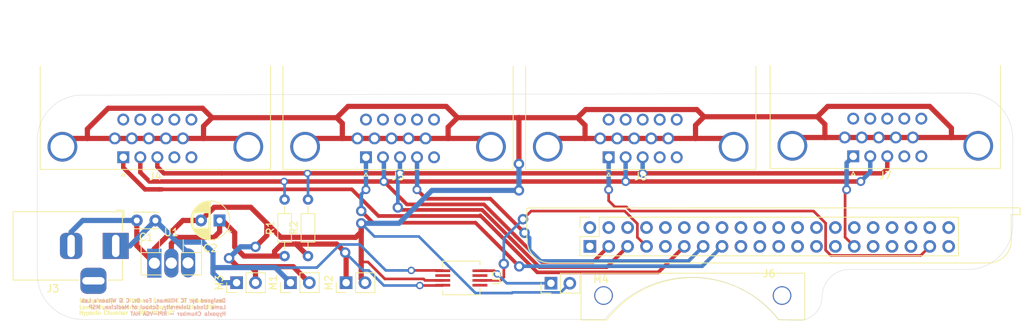
<source format=kicad_pcb>
(kicad_pcb (version 20171130) (host pcbnew "(5.1.10)-1")

  (general
    (thickness 1.6)
    (drawings 45)
    (tracks 275)
    (zones 0)
    (modules 16)
    (nets 71)
  )

  (page A4)
  (layers
    (0 F.Cu signal)
    (31 B.Cu signal)
    (32 B.Adhes user)
    (33 F.Adhes user)
    (34 B.Paste user)
    (35 F.Paste user)
    (36 B.SilkS user)
    (37 F.SilkS user)
    (38 B.Mask user)
    (39 F.Mask user)
    (40 Dwgs.User user)
    (41 Cmts.User user)
    (42 Eco1.User user)
    (43 Eco2.User user)
    (44 Edge.Cuts user)
    (45 Margin user)
    (46 B.CrtYd user)
    (47 F.CrtYd user)
    (48 B.Fab user)
    (49 F.Fab user)
  )

  (setup
    (last_trace_width 0.25)
    (user_trace_width 0.36)
    (user_trace_width 0.5)
    (user_trace_width 0.6)
    (user_trace_width 0.7)
    (trace_clearance 0.2)
    (zone_clearance 0.508)
    (zone_45_only no)
    (trace_min 0.2)
    (via_size 0.8)
    (via_drill 0.4)
    (via_min_size 0.4)
    (via_min_drill 0.3)
    (user_via 1 0.6)
    (user_via 1.2 0.7)
    (user_via 1.4 0.8)
    (uvia_size 0.3)
    (uvia_drill 0.1)
    (uvias_allowed no)
    (uvia_min_size 0.2)
    (uvia_min_drill 0.1)
    (edge_width 0.05)
    (segment_width 0.2)
    (pcb_text_width 0.3)
    (pcb_text_size 1.5 1.5)
    (mod_edge_width 0.12)
    (mod_text_size 1 1)
    (mod_text_width 0.15)
    (pad_size 1.9 3.9)
    (pad_drill 1.5)
    (pad_to_mask_clearance 0)
    (aux_axis_origin 0 0)
    (visible_elements 7FFFFFFF)
    (pcbplotparams
      (layerselection 0x010fc_ffffffff)
      (usegerberextensions false)
      (usegerberattributes true)
      (usegerberadvancedattributes true)
      (creategerberjobfile true)
      (excludeedgelayer true)
      (linewidth 0.100000)
      (plotframeref false)
      (viasonmask false)
      (mode 1)
      (useauxorigin false)
      (hpglpennumber 1)
      (hpglpenspeed 20)
      (hpglpendiameter 15.000000)
      (psnegative false)
      (psa4output false)
      (plotreference true)
      (plotvalue true)
      (plotinvisibletext false)
      (padsonsilk false)
      (subtractmaskfromsilk false)
      (outputformat 1)
      (mirror false)
      (drillshape 1)
      (scaleselection 1)
      (outputdirectory ""))
  )

  (net 0 "")
  (net 1 /GND)
  (net 2 /5V)
  (net 3 /3V-Out)
  (net 4 /SDA)
  (net 5 /SCL)
  (net 6 "Net-(J3-PadMP)")
  (net 7 /GPIO17)
  (net 8 "Net-(J4-Pad5)")
  (net 9 /GPIO)
  (net 10 "Net-(J4-Pad11)")
  (net 11 "Net-(J4-Pad12)")
  (net 12 "Net-(J4-Pad15)")
  (net 13 "Net-(J4-Pad14)")
  (net 14 "Net-(J4-Pad13)")
  (net 15 /GPIO22)
  (net 16 "Net-(J5-Pad5)")
  (net 17 /GPIO27)
  (net 18 "Net-(J5-Pad11)")
  (net 19 "Net-(J5-Pad12)")
  (net 20 "Net-(J5-Pad15)")
  (net 21 "Net-(J5-Pad14)")
  (net 22 "Net-(J5-Pad13)")
  (net 23 "Net-(J6-Pad39)")
  (net 24 "Net-(J6-Pad40)")
  (net 25 "Net-(J6-Pad25)")
  (net 26 "Net-(J6-Pad26)")
  (net 27 "Net-(J6-Pad21)")
  (net 28 "Net-(J6-Pad22)")
  (net 29 /GPIO05)
  (net 30 "Net-(J6-Pad30)")
  (net 31 /GPIO04)
  (net 32 "Net-(J6-Pad8)")
  (net 33 "Net-(J6-Pad31)")
  (net 34 "Net-(J6-Pad32)")
  (net 35 "Net-(J6-Pad17)")
  (net 36 "Net-(J6-Pad18)")
  (net 37 "Net-(J6-Pad35)")
  (net 38 "Net-(J6-Pad36)")
  (net 39 "Net-(J6-Pad33)")
  (net 40 "Net-(J6-Pad34)")
  (net 41 /GPIO26)
  (net 42 "Net-(J6-Pad38)")
  (net 43 "Net-(J6-Pad19)")
  (net 44 "Net-(J6-Pad20)")
  (net 45 "Net-(J6-Pad9)")
  (net 46 "Net-(J6-Pad10)")
  (net 47 "Net-(J6-Pad14)")
  (net 48 "Net-(J6-Pad27)")
  (net 49 "Net-(J6-Pad28)")
  (net 50 "Net-(J6-Pad12)")
  (net 51 "Net-(J6-Pad23)")
  (net 52 "Net-(J6-Pad24)")
  (net 53 "Net-(J6-Pad2)")
  (net 54 "Net-(J6-Pad1)")
  (net 55 "Net-(J6-Pad6)")
  (net 56 "Net-(J6-Pad16)")
  (net 57 "Net-(J6-Pad4)")
  (net 58 "Net-(J7-Pad5)")
  (net 59 "Net-(J7-Pad11)")
  (net 60 "Net-(J7-Pad12)")
  (net 61 "Net-(J7-Pad15)")
  (net 62 "Net-(J7-Pad14)")
  (net 63 "Net-(J7-Pad13)")
  (net 64 "Net-(J8-Pad5)")
  (net 65 "Net-(J8-Pad11)")
  (net 66 "Net-(J8-Pad12)")
  (net 67 "Net-(J8-Pad15)")
  (net 68 "Net-(J8-Pad14)")
  (net 69 "Net-(J8-Pad13)")
  (net 70 "Net-(M4-Pad1)")

  (net_class Default "This is the default net class."
    (clearance 0.2)
    (trace_width 0.25)
    (via_dia 0.8)
    (via_drill 0.4)
    (uvia_dia 0.3)
    (uvia_drill 0.1)
    (add_net /3V-Out)
    (add_net /5V)
    (add_net /GND)
    (add_net /GPIO)
    (add_net /GPIO04)
    (add_net /GPIO05)
    (add_net /GPIO17)
    (add_net /GPIO22)
    (add_net /GPIO26)
    (add_net /GPIO27)
    (add_net /SCL)
    (add_net /SDA)
    (add_net "Net-(J3-PadMP)")
    (add_net "Net-(J4-Pad11)")
    (add_net "Net-(J4-Pad12)")
    (add_net "Net-(J4-Pad13)")
    (add_net "Net-(J4-Pad14)")
    (add_net "Net-(J4-Pad15)")
    (add_net "Net-(J4-Pad5)")
    (add_net "Net-(J5-Pad11)")
    (add_net "Net-(J5-Pad12)")
    (add_net "Net-(J5-Pad13)")
    (add_net "Net-(J5-Pad14)")
    (add_net "Net-(J5-Pad15)")
    (add_net "Net-(J5-Pad5)")
    (add_net "Net-(J6-Pad1)")
    (add_net "Net-(J6-Pad10)")
    (add_net "Net-(J6-Pad12)")
    (add_net "Net-(J6-Pad14)")
    (add_net "Net-(J6-Pad16)")
    (add_net "Net-(J6-Pad17)")
    (add_net "Net-(J6-Pad18)")
    (add_net "Net-(J6-Pad19)")
    (add_net "Net-(J6-Pad2)")
    (add_net "Net-(J6-Pad20)")
    (add_net "Net-(J6-Pad21)")
    (add_net "Net-(J6-Pad22)")
    (add_net "Net-(J6-Pad23)")
    (add_net "Net-(J6-Pad24)")
    (add_net "Net-(J6-Pad25)")
    (add_net "Net-(J6-Pad26)")
    (add_net "Net-(J6-Pad27)")
    (add_net "Net-(J6-Pad28)")
    (add_net "Net-(J6-Pad30)")
    (add_net "Net-(J6-Pad31)")
    (add_net "Net-(J6-Pad32)")
    (add_net "Net-(J6-Pad33)")
    (add_net "Net-(J6-Pad34)")
    (add_net "Net-(J6-Pad35)")
    (add_net "Net-(J6-Pad36)")
    (add_net "Net-(J6-Pad38)")
    (add_net "Net-(J6-Pad39)")
    (add_net "Net-(J6-Pad4)")
    (add_net "Net-(J6-Pad40)")
    (add_net "Net-(J6-Pad6)")
    (add_net "Net-(J6-Pad8)")
    (add_net "Net-(J6-Pad9)")
    (add_net "Net-(J7-Pad11)")
    (add_net "Net-(J7-Pad12)")
    (add_net "Net-(J7-Pad13)")
    (add_net "Net-(J7-Pad14)")
    (add_net "Net-(J7-Pad15)")
    (add_net "Net-(J7-Pad5)")
    (add_net "Net-(J8-Pad11)")
    (add_net "Net-(J8-Pad12)")
    (add_net "Net-(J8-Pad13)")
    (add_net "Net-(J8-Pad14)")
    (add_net "Net-(J8-Pad15)")
    (add_net "Net-(J8-Pad5)")
    (add_net "Net-(M4-Pad1)")
  )

  (module Connector_PinHeader_2.54mm:PinHeader_1x02_P2.54mm_Vertical (layer F.Cu) (tedit 59FED5CC) (tstamp 61BD9EC0)
    (at 51.435 112.395 90)
    (descr "Through hole straight pin header, 1x02, 2.54mm pitch, single row")
    (tags "Through hole pin header THT 1x02 2.54mm single row")
    (path /61B3F20F)
    (fp_text reference M3 (at 0 -2.33 90) (layer F.SilkS)
      (effects (font (size 1 1) (thickness 0.15)))
    )
    (fp_text value "Screen Fan - 5 V" (at 0 4.87 90) (layer F.Fab)
      (effects (font (size 1 1) (thickness 0.15)))
    )
    (fp_line (start -0.635 -1.27) (end 1.27 -1.27) (layer F.Fab) (width 0.1))
    (fp_line (start 1.27 -1.27) (end 1.27 3.81) (layer F.Fab) (width 0.1))
    (fp_line (start 1.27 3.81) (end -1.27 3.81) (layer F.Fab) (width 0.1))
    (fp_line (start -1.27 3.81) (end -1.27 -0.635) (layer F.Fab) (width 0.1))
    (fp_line (start -1.27 -0.635) (end -0.635 -1.27) (layer F.Fab) (width 0.1))
    (fp_line (start -1.33 3.87) (end 1.33 3.87) (layer F.SilkS) (width 0.12))
    (fp_line (start -1.33 1.27) (end -1.33 3.87) (layer F.SilkS) (width 0.12))
    (fp_line (start 1.33 1.27) (end 1.33 3.87) (layer F.SilkS) (width 0.12))
    (fp_line (start -1.33 1.27) (end 1.33 1.27) (layer F.SilkS) (width 0.12))
    (fp_line (start -1.33 0) (end -1.33 -1.33) (layer F.SilkS) (width 0.12))
    (fp_line (start -1.33 -1.33) (end 0 -1.33) (layer F.SilkS) (width 0.12))
    (fp_line (start -1.8 -1.8) (end -1.8 4.35) (layer F.CrtYd) (width 0.05))
    (fp_line (start -1.8 4.35) (end 1.8 4.35) (layer F.CrtYd) (width 0.05))
    (fp_line (start 1.8 4.35) (end 1.8 -1.8) (layer F.CrtYd) (width 0.05))
    (fp_line (start 1.8 -1.8) (end -1.8 -1.8) (layer F.CrtYd) (width 0.05))
    (fp_text user %R (at 0 1.27) (layer F.Fab)
      (effects (font (size 1 1) (thickness 0.15)))
    )
    (pad 2 thru_hole oval (at 0 2.54 90) (size 1.7 1.7) (drill 1) (layers *.Cu *.Mask)
      (net 1 /GND))
    (pad 1 thru_hole rect (at 0 0 90) (size 1.7 1.7) (drill 1) (layers *.Cu *.Mask)
      (net 2 /5V))
    (model ${KISYS3DMOD}/Connector_PinHeader_2.54mm.3dshapes/PinHeader_1x02_P2.54mm_Vertical.wrl
      (at (xyz 0 0 0))
      (scale (xyz 1 1 1))
      (rotate (xyz 0 0 0))
    )
  )

  (module Connector_PinHeader_2.54mm:PinHeader_1x02_P2.54mm_Vertical (layer F.Cu) (tedit 59FED5CC) (tstamp 61BD9EAA)
    (at 66.167 112.395 90)
    (descr "Through hole straight pin header, 1x02, 2.54mm pitch, single row")
    (tags "Through hole pin header THT 1x02 2.54mm single row")
    (path /61B3FA08)
    (fp_text reference M2 (at 0 -2.33 90) (layer F.SilkS)
      (effects (font (size 1 1) (thickness 0.15)))
    )
    (fp_text value "Fan Out - 3V" (at 0 4.87 90) (layer F.Fab)
      (effects (font (size 1 1) (thickness 0.15)))
    )
    (fp_line (start -0.635 -1.27) (end 1.27 -1.27) (layer F.Fab) (width 0.1))
    (fp_line (start 1.27 -1.27) (end 1.27 3.81) (layer F.Fab) (width 0.1))
    (fp_line (start 1.27 3.81) (end -1.27 3.81) (layer F.Fab) (width 0.1))
    (fp_line (start -1.27 3.81) (end -1.27 -0.635) (layer F.Fab) (width 0.1))
    (fp_line (start -1.27 -0.635) (end -0.635 -1.27) (layer F.Fab) (width 0.1))
    (fp_line (start -1.33 3.87) (end 1.33 3.87) (layer F.SilkS) (width 0.12))
    (fp_line (start -1.33 1.27) (end -1.33 3.87) (layer F.SilkS) (width 0.12))
    (fp_line (start 1.33 1.27) (end 1.33 3.87) (layer F.SilkS) (width 0.12))
    (fp_line (start -1.33 1.27) (end 1.33 1.27) (layer F.SilkS) (width 0.12))
    (fp_line (start -1.33 0) (end -1.33 -1.33) (layer F.SilkS) (width 0.12))
    (fp_line (start -1.33 -1.33) (end 0 -1.33) (layer F.SilkS) (width 0.12))
    (fp_line (start -1.8 -1.8) (end -1.8 4.35) (layer F.CrtYd) (width 0.05))
    (fp_line (start -1.8 4.35) (end 1.8 4.35) (layer F.CrtYd) (width 0.05))
    (fp_line (start 1.8 4.35) (end 1.8 -1.8) (layer F.CrtYd) (width 0.05))
    (fp_line (start 1.8 -1.8) (end -1.8 -1.8) (layer F.CrtYd) (width 0.05))
    (fp_text user %R (at 0 1.27) (layer F.Fab)
      (effects (font (size 1 1) (thickness 0.15)))
    )
    (pad 2 thru_hole oval (at 0 2.54 90) (size 1.7 1.7) (drill 1) (layers *.Cu *.Mask)
      (net 1 /GND))
    (pad 1 thru_hole rect (at 0 0 90) (size 1.7 1.7) (drill 1) (layers *.Cu *.Mask)
      (net 3 /3V-Out))
    (model ${KISYS3DMOD}/Connector_PinHeader_2.54mm.3dshapes/PinHeader_1x02_P2.54mm_Vertical.wrl
      (at (xyz 0 0 0))
      (scale (xyz 1 1 1))
      (rotate (xyz 0 0 0))
    )
  )

  (module Connector_PinHeader_2.54mm:PinHeader_1x02_P2.54mm_Vertical (layer F.Cu) (tedit 59FED5CC) (tstamp 61BD9E94)
    (at 58.674 112.395 90)
    (descr "Through hole straight pin header, 1x02, 2.54mm pitch, single row")
    (tags "Through hole pin header THT 1x02 2.54mm single row")
    (path /61B3FE0D)
    (fp_text reference M1 (at 0 -2.33 90) (layer F.SilkS)
      (effects (font (size 1 1) (thickness 0.15)))
    )
    (fp_text value "Fan In - 5 V" (at 0 4.87 90) (layer F.Fab)
      (effects (font (size 1 1) (thickness 0.15)))
    )
    (fp_line (start -0.635 -1.27) (end 1.27 -1.27) (layer F.Fab) (width 0.1))
    (fp_line (start 1.27 -1.27) (end 1.27 3.81) (layer F.Fab) (width 0.1))
    (fp_line (start 1.27 3.81) (end -1.27 3.81) (layer F.Fab) (width 0.1))
    (fp_line (start -1.27 3.81) (end -1.27 -0.635) (layer F.Fab) (width 0.1))
    (fp_line (start -1.27 -0.635) (end -0.635 -1.27) (layer F.Fab) (width 0.1))
    (fp_line (start -1.33 3.87) (end 1.33 3.87) (layer F.SilkS) (width 0.12))
    (fp_line (start -1.33 1.27) (end -1.33 3.87) (layer F.SilkS) (width 0.12))
    (fp_line (start 1.33 1.27) (end 1.33 3.87) (layer F.SilkS) (width 0.12))
    (fp_line (start -1.33 1.27) (end 1.33 1.27) (layer F.SilkS) (width 0.12))
    (fp_line (start -1.33 0) (end -1.33 -1.33) (layer F.SilkS) (width 0.12))
    (fp_line (start -1.33 -1.33) (end 0 -1.33) (layer F.SilkS) (width 0.12))
    (fp_line (start -1.8 -1.8) (end -1.8 4.35) (layer F.CrtYd) (width 0.05))
    (fp_line (start -1.8 4.35) (end 1.8 4.35) (layer F.CrtYd) (width 0.05))
    (fp_line (start 1.8 4.35) (end 1.8 -1.8) (layer F.CrtYd) (width 0.05))
    (fp_line (start 1.8 -1.8) (end -1.8 -1.8) (layer F.CrtYd) (width 0.05))
    (fp_text user %R (at 0 1.27) (layer F.Fab)
      (effects (font (size 1 1) (thickness 0.15)))
    )
    (pad 2 thru_hole oval (at 0 2.54 90) (size 1.7 1.7) (drill 1) (layers *.Cu *.Mask)
      (net 1 /GND))
    (pad 1 thru_hole rect (at 0 0 90) (size 1.7 1.7) (drill 1) (layers *.Cu *.Mask)
      (net 2 /5V))
    (model ${KISYS3DMOD}/Connector_PinHeader_2.54mm.3dshapes/PinHeader_1x02_P2.54mm_Vertical.wrl
      (at (xyz 0 0 0))
      (scale (xyz 1 1 1))
      (rotate (xyz 0 0 0))
    )
  )

  (module 20211104-Library:MAX4658 (layer F.Cu) (tedit 61B9733C) (tstamp 61BD93BE)
    (at 81.661 111.76 270)
    (descr ConnectorMicromatch-8)
    (path /61CA5818)
    (attr smd)
    (fp_text reference U2 (at 0 -4.75 90) (layer F.SilkS)
      (effects (font (size 1 1) (thickness 0.15)))
    )
    (fp_text value MAX4658 (at 0 4.75 90) (layer F.Fab)
      (effects (font (size 1 1) (thickness 0.15)))
    )
    (fp_line (start -1.76 -2.5) (end -2.26 -2.5) (layer F.SilkS) (width 0.12))
    (fp_line (start -2.26 -2.5) (end -2.26 2.5) (layer F.SilkS) (width 0.12))
    (fp_line (start -2.26 2.5) (end -1.435 2.5) (layer F.SilkS) (width 0.12))
    (fp_line (start 1.435 -2.5) (end 2.26 -2.5) (layer F.SilkS) (width 0.12))
    (fp_line (start 2.26 -2.5) (end 2.26 2.5) (layer F.SilkS) (width 0.12))
    (fp_line (start 2.26 2.5) (end 1.76 2.5) (layer F.SilkS) (width 0.12))
    (fp_line (start -2.51 -3.75) (end 2.51 -3.75) (layer F.CrtYd) (width 0.05))
    (fp_line (start 2.51 -3.75) (end 2.51 3.75) (layer F.CrtYd) (width 0.05))
    (fp_line (start 2.51 3.75) (end -2.51 3.75) (layer F.CrtYd) (width 0.05))
    (fp_line (start -2.51 3.75) (end -2.51 -3.75) (layer F.CrtYd) (width 0.05))
    (pad 4 smd rect (at 0.975 2.5 270) (size 0.36 2) (layers F.Cu F.Paste F.Mask)
      (net 3 /3V-Out))
    (pad 5 smd rect (at 0.975 -2.5 270) (size 0.36 2) (layers F.Cu F.Paste F.Mask))
    (pad 3 smd rect (at 0.325 2.5 270) (size 0.36 2) (layers F.Cu F.Paste F.Mask)
      (net 1 /GND))
    (pad 6 smd rect (at 0.325 -2.5 270) (size 0.36 2) (layers F.Cu F.Paste F.Mask)
      (net 31 /GPIO04))
    (pad 2 smd rect (at -0.325 2.5 270) (size 0.36 2) (layers F.Cu F.Paste F.Mask))
    (pad 7 smd rect (at -0.325 -2.5 270) (size 0.36 2) (layers F.Cu F.Paste F.Mask))
    (pad 1 smd rect (at -0.975 2.5 270) (size 0.36 2) (layers F.Cu F.Paste F.Mask)
      (net 2 /5V))
    (pad 8 smd rect (at -0.975 -2.5 270) (size 0.36 2) (layers F.Cu F.Paste F.Mask)
      (net 70 "Net-(M4-Pad1)"))
  )

  (module 20211104-Library:3.3V_Regulator (layer F.Cu) (tedit 61BCDA60) (tstamp 61BD93A8)
    (at 37.211 109.728)
    (descr "TO-3P-3, Vertical, RM 5.45mm, , see https://toshiba.semicon-storage.com/ap-en/design-support/package/detail.TO-3P(N).html")
    (tags "TO-3P-3 Vertical RM 5.45mm ")
    (path /61B3ABCA)
    (fp_text reference U1 (at 5.45 -4.12) (layer F.SilkS)
      (effects (font (size 1 1) (thickness 0.15)))
    )
    (fp_text value LD1117S33TR_SOT223 (at 5.45 3.5) (layer F.Fab)
      (effects (font (size 1 1) (thickness 0.15)))
    )
    (fp_line (start 7.051 -3.12) (end 7.051 -1.38) (layer F.SilkS) (width 0.12))
    (fp_line (start 3.85 -3.12) (end 3.85 -1.38) (layer F.SilkS) (width 0.12))
    (fp_line (start 6.85 -1.38) (end 9.5 -1.38) (layer F.SilkS) (width 0.12))
    (fp_line (start 1.4 -1.38) (end 4.051 -1.38) (layer F.SilkS) (width 0.12))
    (fp_line (start 6.85 1.62) (end 9.5 1.62) (layer F.SilkS) (width 0.12))
    (fp_line (start 1.4 1.62) (end 4.051 1.62) (layer F.SilkS) (width 0.12))
    (fp_line (start 7.05 -3) (end 7.05 -1.5) (layer F.Fab) (width 0.1))
    (fp_line (start 3.85 -3) (end 3.85 -1.5) (layer F.Fab) (width 0.1))
    (fp_line (start -2.3 -1.5) (end 13.2 -1.5) (layer F.Fab) (width 0.1))
    (fp_line (start 13.2 -3) (end -2.3 -3) (layer F.Fab) (width 0.1))
    (fp_line (start 13.2 1.5) (end 13.2 -3) (layer F.Fab) (width 0.1))
    (fp_line (start -2.3 1.5) (end 13.2 1.5) (layer F.Fab) (width 0.1))
    (fp_line (start -2.3 -3) (end -2.3 1.5) (layer F.Fab) (width 0.1))
    (fp_line (start 1.3843 1.6002) (end 1.3843 -3.0861) (layer F.SilkS) (width 0.12))
    (fp_line (start 9.5123 1.6002) (end 9.5123 -3.1115) (layer F.SilkS) (width 0.12))
    (fp_line (start 11.7475 -2.9972) (end 11.7475 2.4511) (layer F.CrtYd) (width 0.12))
    (fp_line (start 11.7475 -3.0099) (end 11.7475 -3.2131) (layer F.CrtYd) (width 0.12))
    (fp_line (start -1.27 2.4638) (end -1.2573 -3.2639) (layer F.CrtYd) (width 0.12))
    (fp_line (start -1.2573 -3.2639) (end 11.7475 -3.2639) (layer F.CrtYd) (width 0.12))
    (fp_line (start -1.27 2.4638) (end 11.7475 2.4638) (layer F.CrtYd) (width 0.12))
    (fp_text user %R (at 5.45 -4.12) (layer F.Fab)
      (effects (font (size 1 1) (thickness 0.15)))
    )
    (pad 3 thru_hole oval (at 7.6962 0) (size 1.9 3.9) (drill 1.5) (layers *.Cu *.Mask)
      (net 2 /5V))
    (pad 2 thru_hole oval (at 5.4483 0.0254) (size 1.9 3.9) (drill 1.5) (layers *.Cu *.Mask)
      (net 3 /3V-Out))
    (pad 1 thru_hole rect (at 3.1623 0.0381) (size 1.9 3.9) (drill 1.5) (layers *.Cu *.Mask)
      (net 1 /GND))
    (model ${KISYS3DMOD}/Package_TO_SOT_THT.3dshapes/TO-3P-3_Vertical.wrl
      (at (xyz 0 0 0))
      (scale (xyz 1 1 1))
      (rotate (xyz 0 0 0))
    )
  )

  (module 20211104-Library:RPi_Fan_30mm_24mm (layer F.Cu) (tedit 61AD41A7) (tstamp 61BD9334)
    (at 95.504 111.125)
    (descr "Through hole straight pin header, 1x02, 2.54mm pitch, single row")
    (tags "Through hole pin header THT 1x02 2.54mm single row")
    (path /61B3CD50)
    (fp_text reference M4 (at 4.9403 0.8255) (layer F.SilkS)
      (effects (font (size 1 1) (thickness 0.15)))
    )
    (fp_text value "RPI Fan - GPIO Control" (at 17.4752 5.334) (layer F.Fab)
      (effects (font (size 1 1) (thickness 0.15)))
    )
    (fp_line (start 2.2606 6.2611) (end 2.2733 0.0254) (layer F.SilkS) (width 0.12))
    (fp_line (start 2.2733 6.2865) (end 5.7277 6.2865) (layer F.SilkS) (width 0.12))
    (fp_line (start -3.4544 -0.2159) (end -3.302 -0.1905) (layer F.CrtYd) (width 0.12))
    (fp_line (start -3.4544 2.9464) (end -3.4544 -0.2159) (layer F.CrtYd) (width 0.12))
    (fp_line (start 1.4859 6.4516) (end -3.4544 2.9464) (layer F.CrtYd) (width 0.12))
    (fp_line (start 32.4993 6.4516) (end 1.4859 6.4516) (layer F.CrtYd) (width 0.12))
    (fp_line (start 32.4993 -0.1905) (end 32.4993 6.4516) (layer F.CrtYd) (width 0.12))
    (fp_line (start -3.3401 -0.1905) (end 32.4993 -0.1905) (layer F.CrtYd) (width 0.12))
    (fp_line (start 28.8671 6.2738) (end 32.3723 6.2738) (layer F.SilkS) (width 0.12))
    (fp_line (start 32.3469 0) (end 32.3469 6.3119) (layer F.SilkS) (width 0.12))
    (fp_line (start 2.286 0) (end 32.286 0) (layer F.SilkS) (width 0.12))
    (fp_line (start -3.0607 1.9812) (end -3.0607 0.0762) (layer F.Fab) (width 0.1))
    (fp_line (start -3.0607 0.0762) (end 2.0193 0.0762) (layer F.Fab) (width 0.1))
    (fp_line (start 2.0193 0.0762) (end 2.0193 2.6162) (layer F.Fab) (width 0.1))
    (fp_line (start 2.0193 2.6162) (end -2.4257 2.6162) (layer F.Fab) (width 0.1))
    (fp_line (start -2.4257 2.6162) (end -3.0607 1.9812) (layer F.Fab) (width 0.1))
    (fp_line (start 2.0793 2.6762) (end 2.0793 0.0162) (layer F.SilkS) (width 0.12))
    (fp_line (start -0.5207 2.6762) (end 2.0793 2.6762) (layer F.SilkS) (width 0.12))
    (fp_line (start -0.5207 0.0162) (end 2.0793 0.0162) (layer F.SilkS) (width 0.12))
    (fp_line (start -0.5207 2.6762) (end -0.5207 0.0162) (layer F.SilkS) (width 0.12))
    (fp_line (start -1.7907 2.6762) (end -3.1207 2.6762) (layer F.SilkS) (width 0.12))
    (fp_line (start -3.1207 2.6762) (end -3.1207 1.3462) (layer F.SilkS) (width 0.12))
    (fp_arc (start 17.272 15.1511) (end 28.828999 6.273801) (angle -104.8259433) (layer F.SilkS) (width 0.12))
    (fp_text user %R (at -0.5207 1.3462 180) (layer F.Fab)
      (effects (font (size 1 1) (thickness 0.15)))
    )
    (pad "" np_thru_hole oval (at 29.286 3) (size 2.5 2.5) (drill 2.2) (layers *.Cu *.Mask))
    (pad "" np_thru_hole oval (at 5.286 3) (size 2.5 2.5) (drill 2.2) (layers *.Cu *.Mask))
    (pad 2 thru_hole oval (at 0.7493 1.3462 90) (size 1.7 1.7) (drill 1) (layers *.Cu *.Mask)
      (net 1 /GND))
    (pad 1 thru_hole rect (at -1.7907 1.3462 90) (size 1.7 1.7) (drill 1) (layers *.Cu *.Mask)
      (net 70 "Net-(M4-Pad1)"))
    (model ${KISYS3DMOD}/Connector_PinHeader_2.54mm.3dshapes/PinHeader_1x02_P2.54mm_Vertical.wrl
      (at (xyz 0 0 0))
      (scale (xyz 1 1 1))
      (rotate (xyz 0 0 0))
    )
  )

  (module 20211104-Library:DSUB-15-HD-Female-Horixonal_P2.29x2.54mm_EdgePinOffset8.35mm_Mouting10.89mm (layer F.Cu) (tedit 61841A0F) (tstamp 61BD9314)
    (at 101.473 95.504 180)
    (descr "15-pin D-Sub connector, horizontal/angled (90 deg), THT-mount, female, pitch 2.29x1.98mm, pin-PCB-offset 8.35mm, distance of mounting holes 25mm, distance of mounting holes to PCB edge 10.889999999999999mm, see https://disti-assets.s3.amazonaws.com/tonar/files/datasheets/16730.pdf")
    (tags "15-pin D-Sub connector horizontal angled 90deg THT female pitch 2.29x1.98mm pin-PCB-offset 8.35mm mounting-holes-distance 25mm mounting-hole-offset 25mm")
    (path /61B3090B)
    (fp_text reference J8 (at -4.315 -2.58) (layer F.SilkS)
      (effects (font (size 1 1) (thickness 0.15)))
    )
    (fp_text value Supplimental (at -4.315 20.21) (layer F.Fab)
      (effects (font (size 1 1) (thickness 0.15)))
    )
    (fp_circle (center 1.139595 2.54) (end 1.990495 2.4638) (layer Dwgs.User) (width 0.12))
    (fp_line (start -19.74 -1.58) (end -19.74 12.31) (layer F.Fab) (width 0.1))
    (fp_line (start -19.74 12.31) (end 11.11 12.31) (layer F.Fab) (width 0.1))
    (fp_line (start 11.11 12.31) (end 11.11 -1.58) (layer F.Fab) (width 0.1))
    (fp_line (start 11.11 -1.58) (end -19.74 -1.58) (layer F.Fab) (width 0.1))
    (fp_line (start -19.74 12.31) (end -19.74 12.71) (layer F.Fab) (width 0.1))
    (fp_line (start -19.74 12.71) (end 11.11 12.71) (layer F.Fab) (width 0.1))
    (fp_line (start 11.11 12.71) (end 11.11 12.31) (layer F.Fab) (width 0.1))
    (fp_line (start 11.11 12.31) (end -19.74 12.31) (layer F.Fab) (width 0.1))
    (fp_line (start -12.465 12.71) (end -12.465 18.71) (layer F.Fab) (width 0.1))
    (fp_line (start -12.465 18.71) (end 3.835 18.71) (layer F.Fab) (width 0.1))
    (fp_line (start 3.835 18.71) (end 3.835 12.71) (layer F.Fab) (width 0.1))
    (fp_line (start 3.835 12.71) (end -12.465 12.71) (layer F.Fab) (width 0.1))
    (fp_line (start -19.315 12.71) (end -19.315 17.71) (layer F.Fab) (width 0.1))
    (fp_line (start -19.315 17.71) (end -14.315 17.71) (layer F.Fab) (width 0.1))
    (fp_line (start -14.315 17.71) (end -14.315 12.71) (layer F.Fab) (width 0.1))
    (fp_line (start -14.315 12.71) (end -19.315 12.71) (layer F.Fab) (width 0.1))
    (fp_line (start 5.685 12.71) (end 5.685 17.71) (layer F.Fab) (width 0.1))
    (fp_line (start 5.685 17.71) (end 10.685 17.71) (layer F.Fab) (width 0.1))
    (fp_line (start 10.685 17.71) (end 10.685 12.71) (layer F.Fab) (width 0.1))
    (fp_line (start 10.685 12.71) (end 5.685 12.71) (layer F.Fab) (width 0.1))
    (fp_line (start -18.415 12.31) (end -18.415 1.42) (layer F.Fab) (width 0.1))
    (fp_line (start -15.215 12.31) (end -15.215 1.42) (layer F.Fab) (width 0.1))
    (fp_line (start 6.585 12.31) (end 6.585 1.42) (layer F.Fab) (width 0.1))
    (fp_line (start 9.785 12.31) (end 9.785 1.42) (layer F.Fab) (width 0.1))
    (fp_line (start -19.8 12.25) (end -19.8 -1.64) (layer F.SilkS) (width 0.12))
    (fp_line (start -19.8 -1.64) (end 11.17 -1.64) (layer F.SilkS) (width 0.12))
    (fp_line (start 11.17 -1.64) (end 11.17 12.25) (layer F.SilkS) (width 0.12))
    (fp_line (start -0.25 -2.534338) (end 0.25 -2.534338) (layer F.SilkS) (width 0.12))
    (fp_line (start 0.25 -2.534338) (end 0 -2.101325) (layer F.SilkS) (width 0.12))
    (fp_line (start 0 -2.101325) (end -0.25 -2.534338) (layer F.SilkS) (width 0.12))
    (fp_line (start -20.25 -2.1) (end -20.25 19.25) (layer F.CrtYd) (width 0.05))
    (fp_line (start -20.25 19.25) (end 11.65 19.25) (layer F.CrtYd) (width 0.05))
    (fp_line (start 11.65 19.25) (end 11.65 -2.1) (layer F.CrtYd) (width 0.05))
    (fp_line (start 11.65 -2.1) (end -20.25 -2.1) (layer F.CrtYd) (width 0.05))
    (fp_text user %R (at -4.315 15.71) (layer F.Fab)
      (effects (font (size 1 1) (thickness 0.15)))
    )
    (fp_arc (start 8.185 1.42) (end 6.585 1.42) (angle 180) (layer F.Fab) (width 0.1))
    (fp_arc (start -16.815 1.42) (end -18.415 1.42) (angle 180) (layer F.Fab) (width 0.1))
    (pad 1 thru_hole rect (at 0 0 180) (size 1.6 1.6) (drill 1) (layers *.Cu *.Mask)
      (net 41 /GPIO26))
    (pad 6 thru_hole circle (at 1.145 2.54 180) (size 1.6 1.6) (drill 1) (layers *.Cu *.Mask)
      (net 1 /GND))
    (pad 5 thru_hole circle (at -9.16 0 180) (size 1.6 1.6) (drill 1) (layers *.Cu *.Mask)
      (net 64 "Net-(J8-Pad5)"))
    (pad 3 thru_hole circle (at -4.58 0 180) (size 1.6 1.6) (drill 1) (layers *.Cu *.Mask)
      (net 5 /SCL))
    (pad 4 thru_hole circle (at -6.87 0 180) (size 1.6 1.6) (drill 1) (layers *.Cu *.Mask)
      (net 9 /GPIO))
    (pad 11 thru_hole circle (at 0 5.08 180) (size 1.6 1.6) (drill 1) (layers *.Cu *.Mask)
      (net 65 "Net-(J8-Pad11)"))
    (pad 12 thru_hole circle (at -2.29 5.08 180) (size 1.6 1.6) (drill 1) (layers *.Cu *.Mask)
      (net 66 "Net-(J8-Pad12)"))
    (pad 15 thru_hole circle (at -9.16 5.08 180) (size 1.6 1.6) (drill 1) (layers *.Cu *.Mask)
      (net 67 "Net-(J8-Pad15)"))
    (pad 8 thru_hole circle (at -3.435 2.54 180) (size 1.6 1.6) (drill 1) (layers *.Cu *.Mask)
      (net 1 /GND))
    (pad 9 thru_hole circle (at -5.725 2.54 180) (size 1.6 1.6) (drill 1) (layers *.Cu *.Mask)
      (net 1 /GND))
    (pad 14 thru_hole circle (at -6.87 5.08 180) (size 1.6 1.6) (drill 1) (layers *.Cu *.Mask)
      (net 68 "Net-(J8-Pad14)"))
    (pad 7 thru_hole circle (at -1.145 2.54 180) (size 1.6 1.6) (drill 1) (layers *.Cu *.Mask)
      (net 1 /GND))
    (pad 10 thru_hole circle (at -8.015 2.54 180) (size 1.6 1.6) (drill 1) (layers *.Cu *.Mask)
      (net 1 /GND))
    (pad 13 thru_hole circle (at -4.58 5.08 180) (size 1.6 1.6) (drill 1) (layers *.Cu *.Mask)
      (net 69 "Net-(J8-Pad13)"))
    (pad 2 thru_hole circle (at -2.29 0 180) (size 1.6 1.6) (drill 1) (layers *.Cu *.Mask)
      (net 4 /SDA))
    (pad 0 thru_hole circle (at 8.185 1.42 180) (size 4 4) (drill 3.2) (layers *.Cu *.Mask)
      (net 1 /GND))
    (pad 0 thru_hole circle (at -16.815 1.42 180) (size 4 4) (drill 3.2) (layers *.Cu *.Mask)
      (net 1 /GND))
    (model ${KICAD6_3DMODEL_DIR}/Connector_Dsub.3dshapes/DSUB-15-HD_Female_Horizontal_P2.29x1.98mm_EdgePinOffset8.35mm_Housed_MountingHolesOffset10.89mm.wrl
      (at (xyz 0 0 0))
      (scale (xyz 1 1 1))
      (rotate (xyz 0 0 0))
    )
  )

  (module 20211104-Library:DSUB-15-HD-Female-Horixonal_P2.29x2.54mm_EdgePinOffset8.35mm_Mouting10.89mm (layer F.Cu) (tedit 61841A0F) (tstamp 61BD92D9)
    (at 134.366 95.377 180)
    (descr "15-pin D-Sub connector, horizontal/angled (90 deg), THT-mount, female, pitch 2.29x1.98mm, pin-PCB-offset 8.35mm, distance of mounting holes 25mm, distance of mounting holes to PCB edge 10.889999999999999mm, see https://disti-assets.s3.amazonaws.com/tonar/files/datasheets/16730.pdf")
    (tags "15-pin D-Sub connector horizontal angled 90deg THT female pitch 2.29x1.98mm pin-PCB-offset 8.35mm mounting-holes-distance 25mm mounting-hole-offset 25mm")
    (path /61B32B7A)
    (fp_text reference J7 (at -4.315 -2.58) (layer F.SilkS)
      (effects (font (size 1 1) (thickness 0.15)))
    )
    (fp_text value Top (at -4.315 20.21) (layer F.Fab)
      (effects (font (size 1 1) (thickness 0.15)))
    )
    (fp_circle (center 1.139595 2.54) (end 1.990495 2.4638) (layer Dwgs.User) (width 0.12))
    (fp_line (start -19.74 -1.58) (end -19.74 12.31) (layer F.Fab) (width 0.1))
    (fp_line (start -19.74 12.31) (end 11.11 12.31) (layer F.Fab) (width 0.1))
    (fp_line (start 11.11 12.31) (end 11.11 -1.58) (layer F.Fab) (width 0.1))
    (fp_line (start 11.11 -1.58) (end -19.74 -1.58) (layer F.Fab) (width 0.1))
    (fp_line (start -19.74 12.31) (end -19.74 12.71) (layer F.Fab) (width 0.1))
    (fp_line (start -19.74 12.71) (end 11.11 12.71) (layer F.Fab) (width 0.1))
    (fp_line (start 11.11 12.71) (end 11.11 12.31) (layer F.Fab) (width 0.1))
    (fp_line (start 11.11 12.31) (end -19.74 12.31) (layer F.Fab) (width 0.1))
    (fp_line (start -12.465 12.71) (end -12.465 18.71) (layer F.Fab) (width 0.1))
    (fp_line (start -12.465 18.71) (end 3.835 18.71) (layer F.Fab) (width 0.1))
    (fp_line (start 3.835 18.71) (end 3.835 12.71) (layer F.Fab) (width 0.1))
    (fp_line (start 3.835 12.71) (end -12.465 12.71) (layer F.Fab) (width 0.1))
    (fp_line (start -19.315 12.71) (end -19.315 17.71) (layer F.Fab) (width 0.1))
    (fp_line (start -19.315 17.71) (end -14.315 17.71) (layer F.Fab) (width 0.1))
    (fp_line (start -14.315 17.71) (end -14.315 12.71) (layer F.Fab) (width 0.1))
    (fp_line (start -14.315 12.71) (end -19.315 12.71) (layer F.Fab) (width 0.1))
    (fp_line (start 5.685 12.71) (end 5.685 17.71) (layer F.Fab) (width 0.1))
    (fp_line (start 5.685 17.71) (end 10.685 17.71) (layer F.Fab) (width 0.1))
    (fp_line (start 10.685 17.71) (end 10.685 12.71) (layer F.Fab) (width 0.1))
    (fp_line (start 10.685 12.71) (end 5.685 12.71) (layer F.Fab) (width 0.1))
    (fp_line (start -18.415 12.31) (end -18.415 1.42) (layer F.Fab) (width 0.1))
    (fp_line (start -15.215 12.31) (end -15.215 1.42) (layer F.Fab) (width 0.1))
    (fp_line (start 6.585 12.31) (end 6.585 1.42) (layer F.Fab) (width 0.1))
    (fp_line (start 9.785 12.31) (end 9.785 1.42) (layer F.Fab) (width 0.1))
    (fp_line (start -19.8 12.25) (end -19.8 -1.64) (layer F.SilkS) (width 0.12))
    (fp_line (start -19.8 -1.64) (end 11.17 -1.64) (layer F.SilkS) (width 0.12))
    (fp_line (start 11.17 -1.64) (end 11.17 12.25) (layer F.SilkS) (width 0.12))
    (fp_line (start -0.25 -2.534338) (end 0.25 -2.534338) (layer F.SilkS) (width 0.12))
    (fp_line (start 0.25 -2.534338) (end 0 -2.101325) (layer F.SilkS) (width 0.12))
    (fp_line (start 0 -2.101325) (end -0.25 -2.534338) (layer F.SilkS) (width 0.12))
    (fp_line (start -20.25 -2.1) (end -20.25 19.25) (layer F.CrtYd) (width 0.05))
    (fp_line (start -20.25 19.25) (end 11.65 19.25) (layer F.CrtYd) (width 0.05))
    (fp_line (start 11.65 19.25) (end 11.65 -2.1) (layer F.CrtYd) (width 0.05))
    (fp_line (start 11.65 -2.1) (end -20.25 -2.1) (layer F.CrtYd) (width 0.05))
    (fp_text user %R (at -4.315 15.71) (layer F.Fab)
      (effects (font (size 1 1) (thickness 0.15)))
    )
    (fp_arc (start 8.185 1.42) (end 6.585 1.42) (angle 180) (layer F.Fab) (width 0.1))
    (fp_arc (start -16.815 1.42) (end -18.415 1.42) (angle 180) (layer F.Fab) (width 0.1))
    (pad 1 thru_hole rect (at 0 0 180) (size 1.6 1.6) (drill 1) (layers *.Cu *.Mask)
      (net 29 /GPIO05))
    (pad 6 thru_hole circle (at 1.145 2.54 180) (size 1.6 1.6) (drill 1) (layers *.Cu *.Mask)
      (net 1 /GND))
    (pad 5 thru_hole circle (at -9.16 0 180) (size 1.6 1.6) (drill 1) (layers *.Cu *.Mask)
      (net 58 "Net-(J7-Pad5)"))
    (pad 3 thru_hole circle (at -4.58 0 180) (size 1.6 1.6) (drill 1) (layers *.Cu *.Mask)
      (net 5 /SCL))
    (pad 4 thru_hole circle (at -6.87 0 180) (size 1.6 1.6) (drill 1) (layers *.Cu *.Mask)
      (net 9 /GPIO))
    (pad 11 thru_hole circle (at 0 5.08 180) (size 1.6 1.6) (drill 1) (layers *.Cu *.Mask)
      (net 59 "Net-(J7-Pad11)"))
    (pad 12 thru_hole circle (at -2.29 5.08 180) (size 1.6 1.6) (drill 1) (layers *.Cu *.Mask)
      (net 60 "Net-(J7-Pad12)"))
    (pad 15 thru_hole circle (at -9.16 5.08 180) (size 1.6 1.6) (drill 1) (layers *.Cu *.Mask)
      (net 61 "Net-(J7-Pad15)"))
    (pad 8 thru_hole circle (at -3.435 2.54 180) (size 1.6 1.6) (drill 1) (layers *.Cu *.Mask)
      (net 1 /GND))
    (pad 9 thru_hole circle (at -5.725 2.54 180) (size 1.6 1.6) (drill 1) (layers *.Cu *.Mask)
      (net 1 /GND))
    (pad 14 thru_hole circle (at -6.87 5.08 180) (size 1.6 1.6) (drill 1) (layers *.Cu *.Mask)
      (net 62 "Net-(J7-Pad14)"))
    (pad 7 thru_hole circle (at -1.145 2.54 180) (size 1.6 1.6) (drill 1) (layers *.Cu *.Mask)
      (net 1 /GND))
    (pad 10 thru_hole circle (at -8.015 2.54 180) (size 1.6 1.6) (drill 1) (layers *.Cu *.Mask)
      (net 1 /GND))
    (pad 13 thru_hole circle (at -4.58 5.08 180) (size 1.6 1.6) (drill 1) (layers *.Cu *.Mask)
      (net 63 "Net-(J7-Pad13)"))
    (pad 2 thru_hole circle (at -2.29 0 180) (size 1.6 1.6) (drill 1) (layers *.Cu *.Mask)
      (net 4 /SDA))
    (pad 0 thru_hole circle (at 8.185 1.42 180) (size 4 4) (drill 3.2) (layers *.Cu *.Mask)
      (net 1 /GND))
    (pad 0 thru_hole circle (at -16.815 1.42 180) (size 4 4) (drill 3.2) (layers *.Cu *.Mask)
      (net 1 /GND))
    (model ${KICAD6_3DMODEL_DIR}/Connector_Dsub.3dshapes/DSUB-15-HD_Female_Horizontal_P2.29x1.98mm_EdgePinOffset8.35mm_Housed_MountingHolesOffset10.89mm.wrl
      (at (xyz 0 0 0))
      (scale (xyz 1 1 1))
      (rotate (xyz 0 0 0))
    )
  )

  (module 20211104-Library:Raspberry_Pi_GPIO_ScrewAttachment (layer F.Cu) (tedit 61AD409A) (tstamp 61BD929E)
    (at 98.933 104.902 90)
    (descr "Raspberry Pi Zero using through hole straight pin socket, 2x20, 2.54mm pitch, https://www.raspberrypi.org/documentation/hardware/raspberrypi/mechanical/rpi_MECH_Zero_1p2.pdf")
    (tags "raspberry pi zero through hole")
    (path /61B2BF42)
    (fp_text reference J6 (at -6.27 24.13) (layer F.SilkS)
      (effects (font (size 1 1) (thickness 0.15)))
    )
    (fp_text value Raspberry_Pi_2_3 (at 4.0767 24.0411 180) (layer F.Fab)
      (effects (font (size 1 1) (thickness 0.15)))
    )
    (fp_line (start 1.2192 56.8706) (end 1.2192 58.3438) (layer F.CrtYd) (width 0.12))
    (fp_line (start -5.0546 56.8452) (end 1.2192 56.8706) (layer F.CrtYd) (width 0.12))
    (fp_line (start -5.0292 -8.6233) (end -5.0546 56.8452) (layer F.CrtYd) (width 0.12))
    (fp_line (start -5.0038 -8.8011) (end -5.0292 -8.6233) (layer F.CrtYd) (width 0.12))
    (fp_line (start 2.9591 -8.8011) (end -5.0038 -8.8011) (layer F.CrtYd) (width 0.12))
    (fp_line (start 2.9845 58.3311) (end 2.9591 -8.8011) (layer F.CrtYd) (width 0.12))
    (fp_line (start 1.2446 58.3311) (end 2.9845 58.3311) (layer F.CrtYd) (width 0.12))
    (fp_line (start 1.7018 57.8739) (end 2.5781 57.8739) (layer F.SilkS) (width 0.12))
    (fp_line (start -1.7145 -8.4582) (end 2.5527 -8.4582) (layer F.SilkS) (width 0.12))
    (fp_line (start 2.5654 -8.4074) (end 2.5908 57.7977) (layer F.SilkS) (width 0.12))
    (fp_line (start -5.02 56.88) (end 1.23 56.88) (layer F.CrtYd) (width 0.05))
    (fp_line (start -5.02 56.88) (end -5.02 -8.62) (layer F.CrtYd) (width 0.05))
    (fp_line (start 1.23 58.33) (end 1.23 56.88) (layer F.CrtYd) (width 0.05))
    (fp_line (start -4.83 53.63) (end -4.83 -5.37) (layer F.SilkS) (width 0.12))
    (fp_line (start 1.27 -0.27) (end 1.27 49.53) (layer F.Fab) (width 0.1))
    (fp_line (start -3.81 -1.27) (end 0.27 -1.27) (layer F.Fab) (width 0.1))
    (fp_line (start 0.27 -1.27) (end 1.27 -0.27) (layer F.Fab) (width 0.1))
    (fp_line (start -3.87 49.59) (end 1.33 49.59) (layer F.SilkS) (width 0.12))
    (fp_line (start 1.33 1.27) (end 1.33 49.59) (layer F.SilkS) (width 0.12))
    (fp_line (start 1.33 -1.33) (end 1.33 0) (layer F.SilkS) (width 0.12))
    (fp_line (start 0 -1.33) (end 1.33 -1.33) (layer F.SilkS) (width 0.12))
    (fp_line (start -1.27 1.27) (end 1.33 1.27) (layer F.SilkS) (width 0.12))
    (fp_line (start -1.27 -1.33) (end -1.27 1.27) (layer F.SilkS) (width 0.12))
    (fp_line (start 1.76 50) (end -4.34 50) (layer F.CrtYd) (width 0.05))
    (fp_line (start -4.34 50) (end -4.34 -1.8) (layer F.CrtYd) (width 0.05))
    (fp_line (start -4.34 -1.8) (end 1.76 -1.8) (layer F.CrtYd) (width 0.05))
    (fp_line (start 1.76 -1.8) (end 1.76 50) (layer F.CrtYd) (width 0.05))
    (fp_line (start -3.87 -1.33) (end -1.27 -1.33) (layer F.SilkS) (width 0.12))
    (fp_line (start -3.87 -1.33) (end -3.87 49.59) (layer F.SilkS) (width 0.12))
    (fp_line (start 1.27 49.53) (end -3.81 49.53) (layer F.Fab) (width 0.1))
    (fp_line (start -3.81 49.53) (end -3.81 -1.27) (layer F.Fab) (width 0.1))
    (fp_line (start -1.77 56.63) (end 1.73 56.63) (layer F.Fab) (width 0.1))
    (fp_line (start -4.77 53.63) (end -4.77 -5.37) (layer F.Fab) (width 0.1))
    (fp_line (start 1.73 56.63) (end 1.73 57.83) (layer F.Fab) (width 0.1))
    (fp_line (start 1.67 56.69) (end 1.67 57.89) (layer F.SilkS) (width 0.12))
    (fp_line (start 1.67 56.69) (end -1.77 56.69) (layer F.SilkS) (width 0.12))
    (fp_text user %R (at -1.3335 24.1427) (layer F.Fab)
      (effects (font (size 1 1) (thickness 0.15)))
    )
    (fp_arc (start -1.77 53.63) (end -1.77 56.63) (angle 90) (layer F.Fab) (width 0.1))
    (fp_arc (start -1.77 -5.37) (end -4.77 -5.37) (angle 90) (layer F.Fab) (width 0.1))
    (fp_arc (start -1.77 53.63) (end -1.77 56.69) (angle 90) (layer F.SilkS) (width 0.12))
    (fp_arc (start -1.77 -5.37) (end -4.83 -5.37) (angle 90) (layer F.SilkS) (width 0.12))
    (pad "" np_thru_hole circle (at -1.27 53.13 180) (size 2.75 2.75) (drill 2.75) (layers *.Cu *.Mask)
      (solder_mask_margin 1.625))
    (pad "" np_thru_hole circle (at -1.27 -4.87 180) (size 2.75 2.75) (drill 2.75) (layers *.Cu *.Mask)
      (solder_mask_margin 1.625))
    (pad 39 thru_hole oval (at -2.6035 48.2727 90) (size 1.7 1.7) (drill 1) (layers *.Cu *.Mask)
      (net 23 "Net-(J6-Pad39)"))
    (pad 40 thru_hole oval (at -0.0635 48.2727 90) (size 1.7 1.7) (drill 1) (layers *.Cu *.Mask)
      (net 24 "Net-(J6-Pad40)"))
    (pad 25 thru_hole oval (at -2.6035 30.4927 90) (size 1.7 1.7) (drill 1) (layers *.Cu *.Mask)
      (net 25 "Net-(J6-Pad25)"))
    (pad 26 thru_hole oval (at -0.0635 30.4927 90) (size 1.7 1.7) (drill 1) (layers *.Cu *.Mask)
      (net 26 "Net-(J6-Pad26)"))
    (pad 21 thru_hole oval (at -2.6035 25.4127 90) (size 1.7 1.7) (drill 1) (layers *.Cu *.Mask)
      (net 27 "Net-(J6-Pad21)"))
    (pad 22 thru_hole oval (at -0.0635 25.4127 90) (size 1.7 1.7) (drill 1) (layers *.Cu *.Mask)
      (net 28 "Net-(J6-Pad22)"))
    (pad 29 thru_hole oval (at -2.6035 35.5727 90) (size 1.7 1.7) (drill 1) (layers *.Cu *.Mask)
      (net 29 /GPIO05))
    (pad 30 thru_hole oval (at -0.0635 35.5727 90) (size 1.7 1.7) (drill 1) (layers *.Cu *.Mask)
      (net 30 "Net-(J6-Pad30)"))
    (pad 7 thru_hole oval (at -2.6035 7.6327 90) (size 1.7 1.7) (drill 1) (layers *.Cu *.Mask)
      (net 31 /GPIO04))
    (pad 8 thru_hole oval (at -0.0635 7.6327 90) (size 1.7 1.7) (drill 1) (layers *.Cu *.Mask)
      (net 32 "Net-(J6-Pad8)"))
    (pad 31 thru_hole oval (at -2.6035 38.1127 90) (size 1.7 1.7) (drill 1) (layers *.Cu *.Mask)
      (net 33 "Net-(J6-Pad31)"))
    (pad 32 thru_hole oval (at -0.0635 38.1127 90) (size 1.7 1.7) (drill 1) (layers *.Cu *.Mask)
      (net 34 "Net-(J6-Pad32)"))
    (pad 17 thru_hole oval (at -2.6035 20.3327 90) (size 1.7 1.7) (drill 1) (layers *.Cu *.Mask)
      (net 35 "Net-(J6-Pad17)"))
    (pad 18 thru_hole oval (at -0.0635 20.3327 90) (size 1.7 1.7) (drill 1) (layers *.Cu *.Mask)
      (net 36 "Net-(J6-Pad18)"))
    (pad 35 thru_hole oval (at -2.6035 43.1927 90) (size 1.7 1.7) (drill 1) (layers *.Cu *.Mask)
      (net 37 "Net-(J6-Pad35)"))
    (pad 36 thru_hole oval (at -0.0635 43.1927 90) (size 1.7 1.7) (drill 1) (layers *.Cu *.Mask)
      (net 38 "Net-(J6-Pad36)"))
    (pad 33 thru_hole oval (at -2.6035 40.6527 90) (size 1.7 1.7) (drill 1) (layers *.Cu *.Mask)
      (net 39 "Net-(J6-Pad33)"))
    (pad 34 thru_hole oval (at -0.0635 40.6527 90) (size 1.7 1.7) (drill 1) (layers *.Cu *.Mask)
      (net 40 "Net-(J6-Pad34)"))
    (pad 37 thru_hole oval (at -2.6035 45.7327 90) (size 1.7 1.7) (drill 1) (layers *.Cu *.Mask)
      (net 41 /GPIO26))
    (pad 38 thru_hole oval (at -0.0635 45.7327 90) (size 1.7 1.7) (drill 1) (layers *.Cu *.Mask)
      (net 42 "Net-(J6-Pad38)"))
    (pad 19 thru_hole oval (at -2.6035 22.8727 90) (size 1.7 1.7) (drill 1) (layers *.Cu *.Mask)
      (net 43 "Net-(J6-Pad19)"))
    (pad 20 thru_hole oval (at -0.0635 22.8727 90) (size 1.7 1.7) (drill 1) (layers *.Cu *.Mask)
      (net 44 "Net-(J6-Pad20)"))
    (pad 9 thru_hole oval (at -2.6035 10.1727 90) (size 1.7 1.7) (drill 1) (layers *.Cu *.Mask)
      (net 45 "Net-(J6-Pad9)"))
    (pad 10 thru_hole oval (at -0.0635 10.1727 90) (size 1.7 1.7) (drill 1) (layers *.Cu *.Mask)
      (net 46 "Net-(J6-Pad10)"))
    (pad 13 thru_hole oval (at -2.6035 15.2527 90) (size 1.7 1.7) (drill 1) (layers *.Cu *.Mask)
      (net 17 /GPIO27))
    (pad 14 thru_hole oval (at -0.0635 15.2527 90) (size 1.7 1.7) (drill 1) (layers *.Cu *.Mask)
      (net 47 "Net-(J6-Pad14)"))
    (pad 27 thru_hole oval (at -2.6035 33.0327 90) (size 1.7 1.7) (drill 1) (layers *.Cu *.Mask)
      (net 48 "Net-(J6-Pad27)"))
    (pad 28 thru_hole oval (at -0.0635 33.0327 90) (size 1.7 1.7) (drill 1) (layers *.Cu *.Mask)
      (net 49 "Net-(J6-Pad28)"))
    (pad 11 thru_hole oval (at -2.6035 12.7127 90) (size 1.7 1.7) (drill 1) (layers *.Cu *.Mask)
      (net 7 /GPIO17))
    (pad 12 thru_hole oval (at -0.0635 12.7127 90) (size 1.7 1.7) (drill 1) (layers *.Cu *.Mask)
      (net 50 "Net-(J6-Pad12)"))
    (pad 23 thru_hole oval (at -2.6035 27.9527 90) (size 1.7 1.7) (drill 1) (layers *.Cu *.Mask)
      (net 51 "Net-(J6-Pad23)"))
    (pad 24 thru_hole oval (at -0.0635 27.9527 90) (size 1.7 1.7) (drill 1) (layers *.Cu *.Mask)
      (net 52 "Net-(J6-Pad24)"))
    (pad 2 thru_hole oval (at -0.0635 0.0127 90) (size 1.7 1.7) (drill 1) (layers *.Cu *.Mask)
      (net 53 "Net-(J6-Pad2)"))
    (pad 1 thru_hole rect (at -2.6035 0.0127 90) (size 1.7 1.7) (drill 1) (layers *.Cu *.Mask)
      (net 54 "Net-(J6-Pad1)"))
    (pad 6 thru_hole oval (at -0.0635 5.0927 90) (size 1.7 1.7) (drill 1) (layers *.Cu *.Mask)
      (net 55 "Net-(J6-Pad6)"))
    (pad 3 thru_hole oval (at -2.6035 2.5527 90) (size 1.7 1.7) (drill 1) (layers *.Cu *.Mask)
      (net 4 /SDA))
    (pad 15 thru_hole oval (at -2.6035 17.7927 90) (size 1.7 1.7) (drill 1) (layers *.Cu *.Mask)
      (net 15 /GPIO22))
    (pad 16 thru_hole oval (at -0.0635 17.7927 90) (size 1.7 1.7) (drill 1) (layers *.Cu *.Mask)
      (net 56 "Net-(J6-Pad16)"))
    (pad 4 thru_hole oval (at -0.0635 2.5527 90) (size 1.7 1.7) (drill 1) (layers *.Cu *.Mask)
      (net 57 "Net-(J6-Pad4)"))
    (pad 5 thru_hole oval (at -2.6035 5.0927 90) (size 1.7 1.7) (drill 1) (layers *.Cu *.Mask)
      (net 5 /SCL))
    (model ${KISYS3DMOD}/Module.3dshapes/Raspberry_Pi_Zero_Socketed_THT_FaceDown_MountingHoles.wrl
      (at (xyz 0 0 0))
      (scale (xyz 1 1 1))
      (rotate (xyz 0 0 0))
    )
  )

  (module 20211104-Library:DSUB-15-HD-Female-Horixonal_P2.29x2.54mm_EdgePinOffset8.35mm_Mouting10.89mm (layer F.Cu) (tedit 61841A0F) (tstamp 61BD9247)
    (at 68.834 95.504 180)
    (descr "15-pin D-Sub connector, horizontal/angled (90 deg), THT-mount, female, pitch 2.29x1.98mm, pin-PCB-offset 8.35mm, distance of mounting holes 25mm, distance of mounting holes to PCB edge 10.889999999999999mm, see https://disti-assets.s3.amazonaws.com/tonar/files/datasheets/16730.pdf")
    (tags "15-pin D-Sub connector horizontal angled 90deg THT female pitch 2.29x1.98mm pin-PCB-offset 8.35mm mounting-holes-distance 25mm mounting-hole-offset 25mm")
    (path /61B2F84D)
    (fp_text reference J5 (at -4.315 -2.58) (layer F.SilkS)
      (effects (font (size 1 1) (thickness 0.15)))
    )
    (fp_text value Central (at -4.315 20.21) (layer F.Fab)
      (effects (font (size 1 1) (thickness 0.15)))
    )
    (fp_circle (center 1.139595 2.54) (end 1.990495 2.4638) (layer Dwgs.User) (width 0.12))
    (fp_line (start -19.74 -1.58) (end -19.74 12.31) (layer F.Fab) (width 0.1))
    (fp_line (start -19.74 12.31) (end 11.11 12.31) (layer F.Fab) (width 0.1))
    (fp_line (start 11.11 12.31) (end 11.11 -1.58) (layer F.Fab) (width 0.1))
    (fp_line (start 11.11 -1.58) (end -19.74 -1.58) (layer F.Fab) (width 0.1))
    (fp_line (start -19.74 12.31) (end -19.74 12.71) (layer F.Fab) (width 0.1))
    (fp_line (start -19.74 12.71) (end 11.11 12.71) (layer F.Fab) (width 0.1))
    (fp_line (start 11.11 12.71) (end 11.11 12.31) (layer F.Fab) (width 0.1))
    (fp_line (start 11.11 12.31) (end -19.74 12.31) (layer F.Fab) (width 0.1))
    (fp_line (start -12.465 12.71) (end -12.465 18.71) (layer F.Fab) (width 0.1))
    (fp_line (start -12.465 18.71) (end 3.835 18.71) (layer F.Fab) (width 0.1))
    (fp_line (start 3.835 18.71) (end 3.835 12.71) (layer F.Fab) (width 0.1))
    (fp_line (start 3.835 12.71) (end -12.465 12.71) (layer F.Fab) (width 0.1))
    (fp_line (start -19.315 12.71) (end -19.315 17.71) (layer F.Fab) (width 0.1))
    (fp_line (start -19.315 17.71) (end -14.315 17.71) (layer F.Fab) (width 0.1))
    (fp_line (start -14.315 17.71) (end -14.315 12.71) (layer F.Fab) (width 0.1))
    (fp_line (start -14.315 12.71) (end -19.315 12.71) (layer F.Fab) (width 0.1))
    (fp_line (start 5.685 12.71) (end 5.685 17.71) (layer F.Fab) (width 0.1))
    (fp_line (start 5.685 17.71) (end 10.685 17.71) (layer F.Fab) (width 0.1))
    (fp_line (start 10.685 17.71) (end 10.685 12.71) (layer F.Fab) (width 0.1))
    (fp_line (start 10.685 12.71) (end 5.685 12.71) (layer F.Fab) (width 0.1))
    (fp_line (start -18.415 12.31) (end -18.415 1.42) (layer F.Fab) (width 0.1))
    (fp_line (start -15.215 12.31) (end -15.215 1.42) (layer F.Fab) (width 0.1))
    (fp_line (start 6.585 12.31) (end 6.585 1.42) (layer F.Fab) (width 0.1))
    (fp_line (start 9.785 12.31) (end 9.785 1.42) (layer F.Fab) (width 0.1))
    (fp_line (start -19.8 12.25) (end -19.8 -1.64) (layer F.SilkS) (width 0.12))
    (fp_line (start -19.8 -1.64) (end 11.17 -1.64) (layer F.SilkS) (width 0.12))
    (fp_line (start 11.17 -1.64) (end 11.17 12.25) (layer F.SilkS) (width 0.12))
    (fp_line (start -0.25 -2.534338) (end 0.25 -2.534338) (layer F.SilkS) (width 0.12))
    (fp_line (start 0.25 -2.534338) (end 0 -2.101325) (layer F.SilkS) (width 0.12))
    (fp_line (start 0 -2.101325) (end -0.25 -2.534338) (layer F.SilkS) (width 0.12))
    (fp_line (start -20.25 -2.1) (end -20.25 19.25) (layer F.CrtYd) (width 0.05))
    (fp_line (start -20.25 19.25) (end 11.65 19.25) (layer F.CrtYd) (width 0.05))
    (fp_line (start 11.65 19.25) (end 11.65 -2.1) (layer F.CrtYd) (width 0.05))
    (fp_line (start 11.65 -2.1) (end -20.25 -2.1) (layer F.CrtYd) (width 0.05))
    (fp_text user %R (at -4.315 15.71) (layer F.Fab)
      (effects (font (size 1 1) (thickness 0.15)))
    )
    (fp_arc (start 8.185 1.42) (end 6.585 1.42) (angle 180) (layer F.Fab) (width 0.1))
    (fp_arc (start -16.815 1.42) (end -18.415 1.42) (angle 180) (layer F.Fab) (width 0.1))
    (pad 1 thru_hole rect (at 0 0 180) (size 1.6 1.6) (drill 1) (layers *.Cu *.Mask)
      (net 15 /GPIO22))
    (pad 6 thru_hole circle (at 1.145 2.54 180) (size 1.6 1.6) (drill 1) (layers *.Cu *.Mask)
      (net 1 /GND))
    (pad 5 thru_hole circle (at -9.16 0 180) (size 1.6 1.6) (drill 1) (layers *.Cu *.Mask)
      (net 16 "Net-(J5-Pad5)"))
    (pad 3 thru_hole circle (at -4.58 0 180) (size 1.6 1.6) (drill 1) (layers *.Cu *.Mask)
      (net 5 /SCL))
    (pad 4 thru_hole circle (at -6.87 0 180) (size 1.6 1.6) (drill 1) (layers *.Cu *.Mask)
      (net 17 /GPIO27))
    (pad 11 thru_hole circle (at 0 5.08 180) (size 1.6 1.6) (drill 1) (layers *.Cu *.Mask)
      (net 18 "Net-(J5-Pad11)"))
    (pad 12 thru_hole circle (at -2.29 5.08 180) (size 1.6 1.6) (drill 1) (layers *.Cu *.Mask)
      (net 19 "Net-(J5-Pad12)"))
    (pad 15 thru_hole circle (at -9.16 5.08 180) (size 1.6 1.6) (drill 1) (layers *.Cu *.Mask)
      (net 20 "Net-(J5-Pad15)"))
    (pad 8 thru_hole circle (at -3.435 2.54 180) (size 1.6 1.6) (drill 1) (layers *.Cu *.Mask)
      (net 1 /GND))
    (pad 9 thru_hole circle (at -5.725 2.54 180) (size 1.6 1.6) (drill 1) (layers *.Cu *.Mask)
      (net 1 /GND))
    (pad 14 thru_hole circle (at -6.87 5.08 180) (size 1.6 1.6) (drill 1) (layers *.Cu *.Mask)
      (net 21 "Net-(J5-Pad14)"))
    (pad 7 thru_hole circle (at -1.145 2.54 180) (size 1.6 1.6) (drill 1) (layers *.Cu *.Mask)
      (net 1 /GND))
    (pad 10 thru_hole circle (at -8.015 2.54 180) (size 1.6 1.6) (drill 1) (layers *.Cu *.Mask)
      (net 1 /GND))
    (pad 13 thru_hole circle (at -4.58 5.08 180) (size 1.6 1.6) (drill 1) (layers *.Cu *.Mask)
      (net 22 "Net-(J5-Pad13)"))
    (pad 2 thru_hole circle (at -2.29 0 180) (size 1.6 1.6) (drill 1) (layers *.Cu *.Mask)
      (net 4 /SDA))
    (pad 0 thru_hole circle (at 8.185 1.42 180) (size 4 4) (drill 3.2) (layers *.Cu *.Mask)
      (net 1 /GND))
    (pad 0 thru_hole circle (at -16.815 1.42 180) (size 4 4) (drill 3.2) (layers *.Cu *.Mask)
      (net 1 /GND))
    (model ${KICAD6_3DMODEL_DIR}/Connector_Dsub.3dshapes/DSUB-15-HD_Female_Horizontal_P2.29x1.98mm_EdgePinOffset8.35mm_Housed_MountingHolesOffset10.89mm.wrl
      (at (xyz 0 0 0))
      (scale (xyz 1 1 1))
      (rotate (xyz 0 0 0))
    )
  )

  (module 20211104-Library:DSUB-15-HD-Female-Horixonal_P2.29x2.54mm_EdgePinOffset8.35mm_Mouting10.89mm (layer F.Cu) (tedit 61841A0F) (tstamp 61BD920C)
    (at 36.195 95.504 180)
    (descr "15-pin D-Sub connector, horizontal/angled (90 deg), THT-mount, female, pitch 2.29x1.98mm, pin-PCB-offset 8.35mm, distance of mounting holes 25mm, distance of mounting holes to PCB edge 10.889999999999999mm, see https://disti-assets.s3.amazonaws.com/tonar/files/datasheets/16730.pdf")
    (tags "15-pin D-Sub connector horizontal angled 90deg THT female pitch 2.29x1.98mm pin-PCB-offset 8.35mm mounting-holes-distance 25mm mounting-hole-offset 25mm")
    (path /61B2D9A8)
    (fp_text reference J4 (at -4.315 -2.58) (layer F.SilkS)
      (effects (font (size 1 1) (thickness 0.15)))
    )
    (fp_text value External (at -4.315 20.21) (layer F.Fab)
      (effects (font (size 1 1) (thickness 0.15)))
    )
    (fp_circle (center 1.139595 2.54) (end 1.990495 2.4638) (layer Dwgs.User) (width 0.12))
    (fp_line (start -19.74 -1.58) (end -19.74 12.31) (layer F.Fab) (width 0.1))
    (fp_line (start -19.74 12.31) (end 11.11 12.31) (layer F.Fab) (width 0.1))
    (fp_line (start 11.11 12.31) (end 11.11 -1.58) (layer F.Fab) (width 0.1))
    (fp_line (start 11.11 -1.58) (end -19.74 -1.58) (layer F.Fab) (width 0.1))
    (fp_line (start -19.74 12.31) (end -19.74 12.71) (layer F.Fab) (width 0.1))
    (fp_line (start -19.74 12.71) (end 11.11 12.71) (layer F.Fab) (width 0.1))
    (fp_line (start 11.11 12.71) (end 11.11 12.31) (layer F.Fab) (width 0.1))
    (fp_line (start 11.11 12.31) (end -19.74 12.31) (layer F.Fab) (width 0.1))
    (fp_line (start -12.465 12.71) (end -12.465 18.71) (layer F.Fab) (width 0.1))
    (fp_line (start -12.465 18.71) (end 3.835 18.71) (layer F.Fab) (width 0.1))
    (fp_line (start 3.835 18.71) (end 3.835 12.71) (layer F.Fab) (width 0.1))
    (fp_line (start 3.835 12.71) (end -12.465 12.71) (layer F.Fab) (width 0.1))
    (fp_line (start -19.315 12.71) (end -19.315 17.71) (layer F.Fab) (width 0.1))
    (fp_line (start -19.315 17.71) (end -14.315 17.71) (layer F.Fab) (width 0.1))
    (fp_line (start -14.315 17.71) (end -14.315 12.71) (layer F.Fab) (width 0.1))
    (fp_line (start -14.315 12.71) (end -19.315 12.71) (layer F.Fab) (width 0.1))
    (fp_line (start 5.685 12.71) (end 5.685 17.71) (layer F.Fab) (width 0.1))
    (fp_line (start 5.685 17.71) (end 10.685 17.71) (layer F.Fab) (width 0.1))
    (fp_line (start 10.685 17.71) (end 10.685 12.71) (layer F.Fab) (width 0.1))
    (fp_line (start 10.685 12.71) (end 5.685 12.71) (layer F.Fab) (width 0.1))
    (fp_line (start -18.415 12.31) (end -18.415 1.42) (layer F.Fab) (width 0.1))
    (fp_line (start -15.215 12.31) (end -15.215 1.42) (layer F.Fab) (width 0.1))
    (fp_line (start 6.585 12.31) (end 6.585 1.42) (layer F.Fab) (width 0.1))
    (fp_line (start 9.785 12.31) (end 9.785 1.42) (layer F.Fab) (width 0.1))
    (fp_line (start -19.8 12.25) (end -19.8 -1.64) (layer F.SilkS) (width 0.12))
    (fp_line (start -19.8 -1.64) (end 11.17 -1.64) (layer F.SilkS) (width 0.12))
    (fp_line (start 11.17 -1.64) (end 11.17 12.25) (layer F.SilkS) (width 0.12))
    (fp_line (start -0.25 -2.534338) (end 0.25 -2.534338) (layer F.SilkS) (width 0.12))
    (fp_line (start 0.25 -2.534338) (end 0 -2.101325) (layer F.SilkS) (width 0.12))
    (fp_line (start 0 -2.101325) (end -0.25 -2.534338) (layer F.SilkS) (width 0.12))
    (fp_line (start -20.25 -2.1) (end -20.25 19.25) (layer F.CrtYd) (width 0.05))
    (fp_line (start -20.25 19.25) (end 11.65 19.25) (layer F.CrtYd) (width 0.05))
    (fp_line (start 11.65 19.25) (end 11.65 -2.1) (layer F.CrtYd) (width 0.05))
    (fp_line (start 11.65 -2.1) (end -20.25 -2.1) (layer F.CrtYd) (width 0.05))
    (fp_text user %R (at -4.315 15.71) (layer F.Fab)
      (effects (font (size 1 1) (thickness 0.15)))
    )
    (fp_arc (start 8.185 1.42) (end 6.585 1.42) (angle 180) (layer F.Fab) (width 0.1))
    (fp_arc (start -16.815 1.42) (end -18.415 1.42) (angle 180) (layer F.Fab) (width 0.1))
    (pad 1 thru_hole rect (at 0 0 180) (size 1.6 1.6) (drill 1) (layers *.Cu *.Mask)
      (net 7 /GPIO17))
    (pad 6 thru_hole circle (at 1.145 2.54 180) (size 1.6 1.6) (drill 1) (layers *.Cu *.Mask)
      (net 1 /GND))
    (pad 5 thru_hole circle (at -9.16 0 180) (size 1.6 1.6) (drill 1) (layers *.Cu *.Mask)
      (net 8 "Net-(J4-Pad5)"))
    (pad 3 thru_hole circle (at -4.58 0 180) (size 1.6 1.6) (drill 1) (layers *.Cu *.Mask)
      (net 5 /SCL))
    (pad 4 thru_hole circle (at -6.87 0 180) (size 1.6 1.6) (drill 1) (layers *.Cu *.Mask)
      (net 9 /GPIO))
    (pad 11 thru_hole circle (at 0 5.08 180) (size 1.6 1.6) (drill 1) (layers *.Cu *.Mask)
      (net 10 "Net-(J4-Pad11)"))
    (pad 12 thru_hole circle (at -2.29 5.08 180) (size 1.6 1.6) (drill 1) (layers *.Cu *.Mask)
      (net 11 "Net-(J4-Pad12)"))
    (pad 15 thru_hole circle (at -9.16 5.08 180) (size 1.6 1.6) (drill 1) (layers *.Cu *.Mask)
      (net 12 "Net-(J4-Pad15)"))
    (pad 8 thru_hole circle (at -3.435 2.54 180) (size 1.6 1.6) (drill 1) (layers *.Cu *.Mask)
      (net 1 /GND))
    (pad 9 thru_hole circle (at -5.725 2.54 180) (size 1.6 1.6) (drill 1) (layers *.Cu *.Mask)
      (net 1 /GND))
    (pad 14 thru_hole circle (at -6.87 5.08 180) (size 1.6 1.6) (drill 1) (layers *.Cu *.Mask)
      (net 13 "Net-(J4-Pad14)"))
    (pad 7 thru_hole circle (at -1.145 2.54 180) (size 1.6 1.6) (drill 1) (layers *.Cu *.Mask)
      (net 1 /GND))
    (pad 10 thru_hole circle (at -8.015 2.54 180) (size 1.6 1.6) (drill 1) (layers *.Cu *.Mask)
      (net 1 /GND))
    (pad 13 thru_hole circle (at -4.58 5.08 180) (size 1.6 1.6) (drill 1) (layers *.Cu *.Mask)
      (net 14 "Net-(J4-Pad13)"))
    (pad 2 thru_hole circle (at -2.29 0 180) (size 1.6 1.6) (drill 1) (layers *.Cu *.Mask)
      (net 4 /SDA))
    (pad 0 thru_hole circle (at 8.185 1.42 180) (size 4 4) (drill 3.2) (layers *.Cu *.Mask)
      (net 1 /GND))
    (pad 0 thru_hole circle (at -16.815 1.42 180) (size 4 4) (drill 3.2) (layers *.Cu *.Mask)
      (net 1 /GND))
    (model ${KICAD6_3DMODEL_DIR}/Connector_Dsub.3dshapes/DSUB-15-HD_Female_Horizontal_P2.29x1.98mm_EdgePinOffset8.35mm_Housed_MountingHolesOffset10.89mm.wrl
      (at (xyz 0 0 0))
      (scale (xyz 1 1 1))
      (rotate (xyz 0 0 0))
    )
  )

  (module 20211104-Library:BarrelJack_Horizontal_w_MP (layer F.Cu) (tedit 61841F93) (tstamp 61BD91D1)
    (at 35.179 107.442)
    (descr "DC Barrel Jack")
    (tags "Power Jack")
    (path /61B38D07)
    (fp_text reference J3 (at -8.45 5.75) (layer F.SilkS)
      (effects (font (size 1 1) (thickness 0.15)))
    )
    (fp_text value Barrel_Jack_MountingPin (at -6.2 -5.5) (layer F.Fab)
      (effects (font (size 1 1) (thickness 0.15)))
    )
    (fp_line (start 0 -4.5) (end -13.7 -4.5) (layer F.Fab) (width 0.1))
    (fp_line (start 0.8 4.5) (end 0.8 -3.75) (layer F.Fab) (width 0.1))
    (fp_line (start -13.7 4.5) (end 0.8 4.5) (layer F.Fab) (width 0.1))
    (fp_line (start -13.7 -4.5) (end -13.7 4.5) (layer F.Fab) (width 0.1))
    (fp_line (start -10.2 -4.5) (end -10.2 4.5) (layer F.Fab) (width 0.1))
    (fp_line (start 0.9 -4.6) (end 0.9 -2) (layer F.SilkS) (width 0.12))
    (fp_line (start -13.8 -4.6) (end 0.9 -4.6) (layer F.SilkS) (width 0.12))
    (fp_line (start 0.9 4.6) (end -1 4.6) (layer F.SilkS) (width 0.12))
    (fp_line (start 0.9 1.9) (end 0.9 4.6) (layer F.SilkS) (width 0.12))
    (fp_line (start -13.8 4.6) (end -13.8 -4.6) (layer F.SilkS) (width 0.12))
    (fp_line (start -5 4.6) (end -13.8 4.6) (layer F.SilkS) (width 0.12))
    (fp_line (start -14 4.75) (end -14 -4.75) (layer F.CrtYd) (width 0.05))
    (fp_line (start -5 4.75) (end -14 4.75) (layer F.CrtYd) (width 0.05))
    (fp_line (start -5 6.75) (end -5 4.75) (layer F.CrtYd) (width 0.05))
    (fp_line (start -1 6.75) (end -5 6.75) (layer F.CrtYd) (width 0.05))
    (fp_line (start -1 4.75) (end -1 6.75) (layer F.CrtYd) (width 0.05))
    (fp_line (start 1 4.75) (end -1 4.75) (layer F.CrtYd) (width 0.05))
    (fp_line (start 1 2) (end 1 4.75) (layer F.CrtYd) (width 0.05))
    (fp_line (start 2 2) (end 1 2) (layer F.CrtYd) (width 0.05))
    (fp_line (start 2 -2) (end 2 2) (layer F.CrtYd) (width 0.05))
    (fp_line (start 1 -2) (end 2 -2) (layer F.CrtYd) (width 0.05))
    (fp_line (start 1 -4.5) (end 1 -2) (layer F.CrtYd) (width 0.05))
    (fp_line (start 1 -4.75) (end -14 -4.75) (layer F.CrtYd) (width 0.05))
    (fp_line (start 1 -4.5) (end 1 -4.75) (layer F.CrtYd) (width 0.05))
    (fp_line (start 0.05 -4.8) (end 1.1 -4.8) (layer F.SilkS) (width 0.12))
    (fp_line (start 1.1 -3.75) (end 1.1 -4.8) (layer F.SilkS) (width 0.12))
    (fp_line (start -0.003213 -4.505425) (end 0.8 -3.75) (layer F.Fab) (width 0.1))
    (fp_text user %R (at -3 -2.95) (layer F.Fab)
      (effects (font (size 1 1) (thickness 0.15)))
    )
    (pad MP thru_hole roundrect (at -3 4.7) (size 3.5 3.5) (drill oval 3 1) (layers *.Cu *.Mask) (roundrect_rratio 0.25)
      (net 6 "Net-(J3-PadMP)"))
    (pad 2 thru_hole roundrect (at -6 0) (size 3 3.5) (drill oval 1 3) (layers *.Cu *.Mask) (roundrect_rratio 0.25)
      (net 1 /GND))
    (pad 1 thru_hole rect (at 0 0) (size 3.5 3.5) (drill oval 1 3) (layers *.Cu *.Mask)
      (net 2 /5V))
    (model ${KISYS3DMOD}/Connector_BarrelJack.3dshapes/BarrelJack_Horizontal.wrl
      (at (xyz 0 0 0))
      (scale (xyz 1 1 1))
      (rotate (xyz 0 0 0))
    )
  )

  (module Resistor_THT:R_Axial_DIN0204_L3.6mm_D1.6mm_P7.62mm_Horizontal (layer F.Cu) (tedit 5AE5139B) (tstamp 61BCD8DF)
    (at 61.039 108.812 90)
    (descr "Resistor, Axial_DIN0204 series, Axial, Horizontal, pin pitch=7.62mm, 0.167W, length*diameter=3.6*1.6mm^2, http://cdn-reichelt.de/documents/datenblatt/B400/1_4W%23YAG.pdf")
    (tags "Resistor Axial_DIN0204 series Axial Horizontal pin pitch 7.62mm 0.167W length 3.6mm diameter 1.6mm")
    (path /61BD6A97)
    (fp_text reference R2 (at 3.81 -1.92 90) (layer F.SilkS)
      (effects (font (size 1 1) (thickness 0.15)))
    )
    (fp_text value R (at 3.81 1.92 90) (layer F.Fab)
      (effects (font (size 1 1) (thickness 0.15)))
    )
    (fp_line (start 2.01 -0.8) (end 2.01 0.8) (layer F.Fab) (width 0.1))
    (fp_line (start 2.01 0.8) (end 5.61 0.8) (layer F.Fab) (width 0.1))
    (fp_line (start 5.61 0.8) (end 5.61 -0.8) (layer F.Fab) (width 0.1))
    (fp_line (start 5.61 -0.8) (end 2.01 -0.8) (layer F.Fab) (width 0.1))
    (fp_line (start 0 0) (end 2.01 0) (layer F.Fab) (width 0.1))
    (fp_line (start 7.62 0) (end 5.61 0) (layer F.Fab) (width 0.1))
    (fp_line (start 1.89 -0.92) (end 1.89 0.92) (layer F.SilkS) (width 0.12))
    (fp_line (start 1.89 0.92) (end 5.73 0.92) (layer F.SilkS) (width 0.12))
    (fp_line (start 5.73 0.92) (end 5.73 -0.92) (layer F.SilkS) (width 0.12))
    (fp_line (start 5.73 -0.92) (end 1.89 -0.92) (layer F.SilkS) (width 0.12))
    (fp_line (start 0.94 0) (end 1.89 0) (layer F.SilkS) (width 0.12))
    (fp_line (start 6.68 0) (end 5.73 0) (layer F.SilkS) (width 0.12))
    (fp_line (start -0.95 -1.05) (end -0.95 1.05) (layer F.CrtYd) (width 0.05))
    (fp_line (start -0.95 1.05) (end 8.57 1.05) (layer F.CrtYd) (width 0.05))
    (fp_line (start 8.57 1.05) (end 8.57 -1.05) (layer F.CrtYd) (width 0.05))
    (fp_line (start 8.57 -1.05) (end -0.95 -1.05) (layer F.CrtYd) (width 0.05))
    (fp_text user %R (at 3.81 0 90) (layer F.Fab)
      (effects (font (size 0.72 0.72) (thickness 0.108)))
    )
    (pad 2 thru_hole oval (at 7.62 0 90) (size 1.4 1.4) (drill 0.7) (layers *.Cu *.Mask)
      (net 5 /SCL))
    (pad 1 thru_hole circle (at 0 0 90) (size 1.4 1.4) (drill 0.7) (layers *.Cu *.Mask)
      (net 3 /3V-Out))
    (model ${KISYS3DMOD}/Resistor_THT.3dshapes/R_Axial_DIN0204_L3.6mm_D1.6mm_P7.62mm_Horizontal.wrl
      (at (xyz 0 0 0))
      (scale (xyz 1 1 1))
      (rotate (xyz 0 0 0))
    )
  )

  (module Resistor_THT:R_Axial_DIN0204_L3.6mm_D1.6mm_P7.62mm_Horizontal (layer F.Cu) (tedit 5AE5139B) (tstamp 61BCD8C8)
    (at 57.889 108.812 90)
    (descr "Resistor, Axial_DIN0204 series, Axial, Horizontal, pin pitch=7.62mm, 0.167W, length*diameter=3.6*1.6mm^2, http://cdn-reichelt.de/documents/datenblatt/B400/1_4W%23YAG.pdf")
    (tags "Resistor Axial_DIN0204 series Axial Horizontal pin pitch 7.62mm 0.167W length 3.6mm diameter 1.6mm")
    (path /61BD565F)
    (fp_text reference R1 (at 3.81 -1.92 90) (layer F.SilkS)
      (effects (font (size 1 1) (thickness 0.15)))
    )
    (fp_text value R (at 3.81 1.92 90) (layer F.Fab)
      (effects (font (size 1 1) (thickness 0.15)))
    )
    (fp_line (start 2.01 -0.8) (end 2.01 0.8) (layer F.Fab) (width 0.1))
    (fp_line (start 2.01 0.8) (end 5.61 0.8) (layer F.Fab) (width 0.1))
    (fp_line (start 5.61 0.8) (end 5.61 -0.8) (layer F.Fab) (width 0.1))
    (fp_line (start 5.61 -0.8) (end 2.01 -0.8) (layer F.Fab) (width 0.1))
    (fp_line (start 0 0) (end 2.01 0) (layer F.Fab) (width 0.1))
    (fp_line (start 7.62 0) (end 5.61 0) (layer F.Fab) (width 0.1))
    (fp_line (start 1.89 -0.92) (end 1.89 0.92) (layer F.SilkS) (width 0.12))
    (fp_line (start 1.89 0.92) (end 5.73 0.92) (layer F.SilkS) (width 0.12))
    (fp_line (start 5.73 0.92) (end 5.73 -0.92) (layer F.SilkS) (width 0.12))
    (fp_line (start 5.73 -0.92) (end 1.89 -0.92) (layer F.SilkS) (width 0.12))
    (fp_line (start 0.94 0) (end 1.89 0) (layer F.SilkS) (width 0.12))
    (fp_line (start 6.68 0) (end 5.73 0) (layer F.SilkS) (width 0.12))
    (fp_line (start -0.95 -1.05) (end -0.95 1.05) (layer F.CrtYd) (width 0.05))
    (fp_line (start -0.95 1.05) (end 8.57 1.05) (layer F.CrtYd) (width 0.05))
    (fp_line (start 8.57 1.05) (end 8.57 -1.05) (layer F.CrtYd) (width 0.05))
    (fp_line (start 8.57 -1.05) (end -0.95 -1.05) (layer F.CrtYd) (width 0.05))
    (fp_text user %R (at 3.81 0 90) (layer F.Fab)
      (effects (font (size 0.72 0.72) (thickness 0.108)))
    )
    (pad 2 thru_hole oval (at 7.62 0 90) (size 1.4 1.4) (drill 0.7) (layers *.Cu *.Mask)
      (net 4 /SDA))
    (pad 1 thru_hole circle (at 0 0 90) (size 1.4 1.4) (drill 0.7) (layers *.Cu *.Mask)
      (net 3 /3V-Out))
    (model ${KISYS3DMOD}/Resistor_THT.3dshapes/R_Axial_DIN0204_L3.6mm_D1.6mm_P7.62mm_Horizontal.wrl
      (at (xyz 0 0 0))
      (scale (xyz 1 1 1))
      (rotate (xyz 0 0 0))
    )
  )

  (module Capacitor_THT:CP_Radial_D5.0mm_P2.50mm (layer F.Cu) (tedit 5AE50EF0) (tstamp 61BCD8B1)
    (at 49.149 104.013 180)
    (descr "CP, Radial series, Radial, pin pitch=2.50mm, , diameter=5mm, Electrolytic Capacitor")
    (tags "CP Radial series Radial pin pitch 2.50mm  diameter 5mm Electrolytic Capacitor")
    (path /61B3A369)
    (fp_text reference C2 (at 1.25 -3.75) (layer F.SilkS)
      (effects (font (size 1 1) (thickness 0.15)))
    )
    (fp_text value "10 uF" (at 1.25 3.75) (layer F.Fab)
      (effects (font (size 1 1) (thickness 0.15)))
    )
    (fp_circle (center 1.25 0) (end 3.75 0) (layer F.Fab) (width 0.1))
    (fp_circle (center 1.25 0) (end 3.87 0) (layer F.SilkS) (width 0.12))
    (fp_circle (center 1.25 0) (end 4 0) (layer F.CrtYd) (width 0.05))
    (fp_line (start -0.883605 -1.0875) (end -0.383605 -1.0875) (layer F.Fab) (width 0.1))
    (fp_line (start -0.633605 -1.3375) (end -0.633605 -0.8375) (layer F.Fab) (width 0.1))
    (fp_line (start 1.25 -2.58) (end 1.25 2.58) (layer F.SilkS) (width 0.12))
    (fp_line (start 1.29 -2.58) (end 1.29 2.58) (layer F.SilkS) (width 0.12))
    (fp_line (start 1.33 -2.579) (end 1.33 2.579) (layer F.SilkS) (width 0.12))
    (fp_line (start 1.37 -2.578) (end 1.37 2.578) (layer F.SilkS) (width 0.12))
    (fp_line (start 1.41 -2.576) (end 1.41 2.576) (layer F.SilkS) (width 0.12))
    (fp_line (start 1.45 -2.573) (end 1.45 2.573) (layer F.SilkS) (width 0.12))
    (fp_line (start 1.49 -2.569) (end 1.49 -1.04) (layer F.SilkS) (width 0.12))
    (fp_line (start 1.49 1.04) (end 1.49 2.569) (layer F.SilkS) (width 0.12))
    (fp_line (start 1.53 -2.565) (end 1.53 -1.04) (layer F.SilkS) (width 0.12))
    (fp_line (start 1.53 1.04) (end 1.53 2.565) (layer F.SilkS) (width 0.12))
    (fp_line (start 1.57 -2.561) (end 1.57 -1.04) (layer F.SilkS) (width 0.12))
    (fp_line (start 1.57 1.04) (end 1.57 2.561) (layer F.SilkS) (width 0.12))
    (fp_line (start 1.61 -2.556) (end 1.61 -1.04) (layer F.SilkS) (width 0.12))
    (fp_line (start 1.61 1.04) (end 1.61 2.556) (layer F.SilkS) (width 0.12))
    (fp_line (start 1.65 -2.55) (end 1.65 -1.04) (layer F.SilkS) (width 0.12))
    (fp_line (start 1.65 1.04) (end 1.65 2.55) (layer F.SilkS) (width 0.12))
    (fp_line (start 1.69 -2.543) (end 1.69 -1.04) (layer F.SilkS) (width 0.12))
    (fp_line (start 1.69 1.04) (end 1.69 2.543) (layer F.SilkS) (width 0.12))
    (fp_line (start 1.73 -2.536) (end 1.73 -1.04) (layer F.SilkS) (width 0.12))
    (fp_line (start 1.73 1.04) (end 1.73 2.536) (layer F.SilkS) (width 0.12))
    (fp_line (start 1.77 -2.528) (end 1.77 -1.04) (layer F.SilkS) (width 0.12))
    (fp_line (start 1.77 1.04) (end 1.77 2.528) (layer F.SilkS) (width 0.12))
    (fp_line (start 1.81 -2.52) (end 1.81 -1.04) (layer F.SilkS) (width 0.12))
    (fp_line (start 1.81 1.04) (end 1.81 2.52) (layer F.SilkS) (width 0.12))
    (fp_line (start 1.85 -2.511) (end 1.85 -1.04) (layer F.SilkS) (width 0.12))
    (fp_line (start 1.85 1.04) (end 1.85 2.511) (layer F.SilkS) (width 0.12))
    (fp_line (start 1.89 -2.501) (end 1.89 -1.04) (layer F.SilkS) (width 0.12))
    (fp_line (start 1.89 1.04) (end 1.89 2.501) (layer F.SilkS) (width 0.12))
    (fp_line (start 1.93 -2.491) (end 1.93 -1.04) (layer F.SilkS) (width 0.12))
    (fp_line (start 1.93 1.04) (end 1.93 2.491) (layer F.SilkS) (width 0.12))
    (fp_line (start 1.971 -2.48) (end 1.971 -1.04) (layer F.SilkS) (width 0.12))
    (fp_line (start 1.971 1.04) (end 1.971 2.48) (layer F.SilkS) (width 0.12))
    (fp_line (start 2.011 -2.468) (end 2.011 -1.04) (layer F.SilkS) (width 0.12))
    (fp_line (start 2.011 1.04) (end 2.011 2.468) (layer F.SilkS) (width 0.12))
    (fp_line (start 2.051 -2.455) (end 2.051 -1.04) (layer F.SilkS) (width 0.12))
    (fp_line (start 2.051 1.04) (end 2.051 2.455) (layer F.SilkS) (width 0.12))
    (fp_line (start 2.091 -2.442) (end 2.091 -1.04) (layer F.SilkS) (width 0.12))
    (fp_line (start 2.091 1.04) (end 2.091 2.442) (layer F.SilkS) (width 0.12))
    (fp_line (start 2.131 -2.428) (end 2.131 -1.04) (layer F.SilkS) (width 0.12))
    (fp_line (start 2.131 1.04) (end 2.131 2.428) (layer F.SilkS) (width 0.12))
    (fp_line (start 2.171 -2.414) (end 2.171 -1.04) (layer F.SilkS) (width 0.12))
    (fp_line (start 2.171 1.04) (end 2.171 2.414) (layer F.SilkS) (width 0.12))
    (fp_line (start 2.211 -2.398) (end 2.211 -1.04) (layer F.SilkS) (width 0.12))
    (fp_line (start 2.211 1.04) (end 2.211 2.398) (layer F.SilkS) (width 0.12))
    (fp_line (start 2.251 -2.382) (end 2.251 -1.04) (layer F.SilkS) (width 0.12))
    (fp_line (start 2.251 1.04) (end 2.251 2.382) (layer F.SilkS) (width 0.12))
    (fp_line (start 2.291 -2.365) (end 2.291 -1.04) (layer F.SilkS) (width 0.12))
    (fp_line (start 2.291 1.04) (end 2.291 2.365) (layer F.SilkS) (width 0.12))
    (fp_line (start 2.331 -2.348) (end 2.331 -1.04) (layer F.SilkS) (width 0.12))
    (fp_line (start 2.331 1.04) (end 2.331 2.348) (layer F.SilkS) (width 0.12))
    (fp_line (start 2.371 -2.329) (end 2.371 -1.04) (layer F.SilkS) (width 0.12))
    (fp_line (start 2.371 1.04) (end 2.371 2.329) (layer F.SilkS) (width 0.12))
    (fp_line (start 2.411 -2.31) (end 2.411 -1.04) (layer F.SilkS) (width 0.12))
    (fp_line (start 2.411 1.04) (end 2.411 2.31) (layer F.SilkS) (width 0.12))
    (fp_line (start 2.451 -2.29) (end 2.451 -1.04) (layer F.SilkS) (width 0.12))
    (fp_line (start 2.451 1.04) (end 2.451 2.29) (layer F.SilkS) (width 0.12))
    (fp_line (start 2.491 -2.268) (end 2.491 -1.04) (layer F.SilkS) (width 0.12))
    (fp_line (start 2.491 1.04) (end 2.491 2.268) (layer F.SilkS) (width 0.12))
    (fp_line (start 2.531 -2.247) (end 2.531 -1.04) (layer F.SilkS) (width 0.12))
    (fp_line (start 2.531 1.04) (end 2.531 2.247) (layer F.SilkS) (width 0.12))
    (fp_line (start 2.571 -2.224) (end 2.571 -1.04) (layer F.SilkS) (width 0.12))
    (fp_line (start 2.571 1.04) (end 2.571 2.224) (layer F.SilkS) (width 0.12))
    (fp_line (start 2.611 -2.2) (end 2.611 -1.04) (layer F.SilkS) (width 0.12))
    (fp_line (start 2.611 1.04) (end 2.611 2.2) (layer F.SilkS) (width 0.12))
    (fp_line (start 2.651 -2.175) (end 2.651 -1.04) (layer F.SilkS) (width 0.12))
    (fp_line (start 2.651 1.04) (end 2.651 2.175) (layer F.SilkS) (width 0.12))
    (fp_line (start 2.691 -2.149) (end 2.691 -1.04) (layer F.SilkS) (width 0.12))
    (fp_line (start 2.691 1.04) (end 2.691 2.149) (layer F.SilkS) (width 0.12))
    (fp_line (start 2.731 -2.122) (end 2.731 -1.04) (layer F.SilkS) (width 0.12))
    (fp_line (start 2.731 1.04) (end 2.731 2.122) (layer F.SilkS) (width 0.12))
    (fp_line (start 2.771 -2.095) (end 2.771 -1.04) (layer F.SilkS) (width 0.12))
    (fp_line (start 2.771 1.04) (end 2.771 2.095) (layer F.SilkS) (width 0.12))
    (fp_line (start 2.811 -2.065) (end 2.811 -1.04) (layer F.SilkS) (width 0.12))
    (fp_line (start 2.811 1.04) (end 2.811 2.065) (layer F.SilkS) (width 0.12))
    (fp_line (start 2.851 -2.035) (end 2.851 -1.04) (layer F.SilkS) (width 0.12))
    (fp_line (start 2.851 1.04) (end 2.851 2.035) (layer F.SilkS) (width 0.12))
    (fp_line (start 2.891 -2.004) (end 2.891 -1.04) (layer F.SilkS) (width 0.12))
    (fp_line (start 2.891 1.04) (end 2.891 2.004) (layer F.SilkS) (width 0.12))
    (fp_line (start 2.931 -1.971) (end 2.931 -1.04) (layer F.SilkS) (width 0.12))
    (fp_line (start 2.931 1.04) (end 2.931 1.971) (layer F.SilkS) (width 0.12))
    (fp_line (start 2.971 -1.937) (end 2.971 -1.04) (layer F.SilkS) (width 0.12))
    (fp_line (start 2.971 1.04) (end 2.971 1.937) (layer F.SilkS) (width 0.12))
    (fp_line (start 3.011 -1.901) (end 3.011 -1.04) (layer F.SilkS) (width 0.12))
    (fp_line (start 3.011 1.04) (end 3.011 1.901) (layer F.SilkS) (width 0.12))
    (fp_line (start 3.051 -1.864) (end 3.051 -1.04) (layer F.SilkS) (width 0.12))
    (fp_line (start 3.051 1.04) (end 3.051 1.864) (layer F.SilkS) (width 0.12))
    (fp_line (start 3.091 -1.826) (end 3.091 -1.04) (layer F.SilkS) (width 0.12))
    (fp_line (start 3.091 1.04) (end 3.091 1.826) (layer F.SilkS) (width 0.12))
    (fp_line (start 3.131 -1.785) (end 3.131 -1.04) (layer F.SilkS) (width 0.12))
    (fp_line (start 3.131 1.04) (end 3.131 1.785) (layer F.SilkS) (width 0.12))
    (fp_line (start 3.171 -1.743) (end 3.171 -1.04) (layer F.SilkS) (width 0.12))
    (fp_line (start 3.171 1.04) (end 3.171 1.743) (layer F.SilkS) (width 0.12))
    (fp_line (start 3.211 -1.699) (end 3.211 -1.04) (layer F.SilkS) (width 0.12))
    (fp_line (start 3.211 1.04) (end 3.211 1.699) (layer F.SilkS) (width 0.12))
    (fp_line (start 3.251 -1.653) (end 3.251 -1.04) (layer F.SilkS) (width 0.12))
    (fp_line (start 3.251 1.04) (end 3.251 1.653) (layer F.SilkS) (width 0.12))
    (fp_line (start 3.291 -1.605) (end 3.291 -1.04) (layer F.SilkS) (width 0.12))
    (fp_line (start 3.291 1.04) (end 3.291 1.605) (layer F.SilkS) (width 0.12))
    (fp_line (start 3.331 -1.554) (end 3.331 -1.04) (layer F.SilkS) (width 0.12))
    (fp_line (start 3.331 1.04) (end 3.331 1.554) (layer F.SilkS) (width 0.12))
    (fp_line (start 3.371 -1.5) (end 3.371 -1.04) (layer F.SilkS) (width 0.12))
    (fp_line (start 3.371 1.04) (end 3.371 1.5) (layer F.SilkS) (width 0.12))
    (fp_line (start 3.411 -1.443) (end 3.411 -1.04) (layer F.SilkS) (width 0.12))
    (fp_line (start 3.411 1.04) (end 3.411 1.443) (layer F.SilkS) (width 0.12))
    (fp_line (start 3.451 -1.383) (end 3.451 -1.04) (layer F.SilkS) (width 0.12))
    (fp_line (start 3.451 1.04) (end 3.451 1.383) (layer F.SilkS) (width 0.12))
    (fp_line (start 3.491 -1.319) (end 3.491 -1.04) (layer F.SilkS) (width 0.12))
    (fp_line (start 3.491 1.04) (end 3.491 1.319) (layer F.SilkS) (width 0.12))
    (fp_line (start 3.531 -1.251) (end 3.531 -1.04) (layer F.SilkS) (width 0.12))
    (fp_line (start 3.531 1.04) (end 3.531 1.251) (layer F.SilkS) (width 0.12))
    (fp_line (start 3.571 -1.178) (end 3.571 1.178) (layer F.SilkS) (width 0.12))
    (fp_line (start 3.611 -1.098) (end 3.611 1.098) (layer F.SilkS) (width 0.12))
    (fp_line (start 3.651 -1.011) (end 3.651 1.011) (layer F.SilkS) (width 0.12))
    (fp_line (start 3.691 -0.915) (end 3.691 0.915) (layer F.SilkS) (width 0.12))
    (fp_line (start 3.731 -0.805) (end 3.731 0.805) (layer F.SilkS) (width 0.12))
    (fp_line (start 3.771 -0.677) (end 3.771 0.677) (layer F.SilkS) (width 0.12))
    (fp_line (start 3.811 -0.518) (end 3.811 0.518) (layer F.SilkS) (width 0.12))
    (fp_line (start 3.851 -0.284) (end 3.851 0.284) (layer F.SilkS) (width 0.12))
    (fp_line (start -1.554775 -1.475) (end -1.054775 -1.475) (layer F.SilkS) (width 0.12))
    (fp_line (start -1.304775 -1.725) (end -1.304775 -1.225) (layer F.SilkS) (width 0.12))
    (fp_text user %R (at 1.25 0) (layer F.Fab)
      (effects (font (size 1 1) (thickness 0.15)))
    )
    (pad 2 thru_hole circle (at 2.5 0 180) (size 1.6 1.6) (drill 0.8) (layers *.Cu *.Mask)
      (net 1 /GND))
    (pad 1 thru_hole rect (at 0 0 180) (size 1.6 1.6) (drill 0.8) (layers *.Cu *.Mask)
      (net 3 /3V-Out))
    (model ${KISYS3DMOD}/Capacitor_THT.3dshapes/CP_Radial_D5.0mm_P2.50mm.wrl
      (at (xyz 0 0 0))
      (scale (xyz 1 1 1))
      (rotate (xyz 0 0 0))
    )
  )

  (module Capacitor_THT:C_Disc_D3.0mm_W2.0mm_P2.50mm (layer F.Cu) (tedit 5AE50EF0) (tstamp 61BCD82D)
    (at 40.513 104.013 180)
    (descr "C, Disc series, Radial, pin pitch=2.50mm, , diameter*width=3*2mm^2, Capacitor")
    (tags "C Disc series Radial pin pitch 2.50mm  diameter 3mm width 2mm Capacitor")
    (path /61B395CE)
    (fp_text reference C1 (at 1.25 -2.25) (layer F.SilkS)
      (effects (font (size 1 1) (thickness 0.15)))
    )
    (fp_text value "0.1 uF" (at 1.25 2.25) (layer F.Fab)
      (effects (font (size 1 1) (thickness 0.15)))
    )
    (fp_line (start -0.25 -1) (end -0.25 1) (layer F.Fab) (width 0.1))
    (fp_line (start -0.25 1) (end 2.75 1) (layer F.Fab) (width 0.1))
    (fp_line (start 2.75 1) (end 2.75 -1) (layer F.Fab) (width 0.1))
    (fp_line (start 2.75 -1) (end -0.25 -1) (layer F.Fab) (width 0.1))
    (fp_line (start -0.37 -1.12) (end 2.87 -1.12) (layer F.SilkS) (width 0.12))
    (fp_line (start -0.37 1.12) (end 2.87 1.12) (layer F.SilkS) (width 0.12))
    (fp_line (start -0.37 -1.12) (end -0.37 -1.055) (layer F.SilkS) (width 0.12))
    (fp_line (start -0.37 1.055) (end -0.37 1.12) (layer F.SilkS) (width 0.12))
    (fp_line (start 2.87 -1.12) (end 2.87 -1.055) (layer F.SilkS) (width 0.12))
    (fp_line (start 2.87 1.055) (end 2.87 1.12) (layer F.SilkS) (width 0.12))
    (fp_line (start -1.05 -1.25) (end -1.05 1.25) (layer F.CrtYd) (width 0.05))
    (fp_line (start -1.05 1.25) (end 3.55 1.25) (layer F.CrtYd) (width 0.05))
    (fp_line (start 3.55 1.25) (end 3.55 -1.25) (layer F.CrtYd) (width 0.05))
    (fp_line (start 3.55 -1.25) (end -1.05 -1.25) (layer F.CrtYd) (width 0.05))
    (fp_text user %R (at 1.25 0) (layer F.Fab)
      (effects (font (size 0.6 0.6) (thickness 0.09)))
    )
    (pad 2 thru_hole circle (at 2.5 0 180) (size 1.6 1.6) (drill 0.8) (layers *.Cu *.Mask)
      (net 1 /GND))
    (pad 1 thru_hole circle (at 0 0 180) (size 1.6 1.6) (drill 0.8) (layers *.Cu *.Mask)
      (net 2 /5V))
    (model ${KISYS3DMOD}/Capacitor_THT.3dshapes/C_Disc_D3.0mm_W2.0mm_P2.50mm.wrl
      (at (xyz 0 0 0))
      (scale (xyz 1 1 1))
      (rotate (xyz 0 0 0))
    )
  )

  (dimension 30.988 (width 0.15) (layer Dwgs.User)
    (gr_text "30.988 mm" (at 40.513 119.156) (layer Dwgs.User)
      (effects (font (size 1 1) (thickness 0.15)))
    )
    (feature1 (pts (xy 25.019 97.0915) (xy 25.019 118.442421)))
    (feature2 (pts (xy 56.007 97.0915) (xy 56.007 118.442421)))
    (crossbar (pts (xy 56.007 117.856) (xy 25.019 117.856)))
    (arrow1a (pts (xy 25.019 117.856) (xy 26.145504 117.269579)))
    (arrow1b (pts (xy 25.019 117.856) (xy 26.145504 118.442421)))
    (arrow2a (pts (xy 56.007 117.856) (xy 54.880496 117.269579)))
    (arrow2b (pts (xy 56.007 117.856) (xy 54.880496 118.442421)))
  )
  (dimension 1.7145 (width 0.15) (layer Dwgs.User)
    (gr_text "1.714 mm" (at 56.80075 116.2985) (layer Dwgs.User)
      (effects (font (size 1 1) (thickness 0.15)))
    )
    (feature1 (pts (xy 55.9435 100.9015) (xy 55.9435 115.584921)))
    (feature2 (pts (xy 57.658 100.9015) (xy 57.658 115.584921)))
    (crossbar (pts (xy 57.658 114.9985) (xy 55.9435 114.9985)))
    (arrow1a (pts (xy 55.9435 114.9985) (xy 57.070004 114.412079)))
    (arrow1b (pts (xy 55.9435 114.9985) (xy 57.070004 115.584921)))
    (arrow2a (pts (xy 57.658 114.9985) (xy 56.531496 114.412079)))
    (arrow2b (pts (xy 57.658 114.9985) (xy 56.531496 115.584921)))
  )
  (dimension 30.9245 (width 0.15) (layer Dwgs.User)
    (gr_text "30.924 mm" (at 73.12025 113.314) (layer Dwgs.User)
      (effects (font (size 1 1) (thickness 0.15)))
    )
    (feature1 (pts (xy 57.658 100.1395) (xy 57.658 112.600421)))
    (feature2 (pts (xy 88.5825 100.1395) (xy 88.5825 112.600421)))
    (crossbar (pts (xy 88.5825 112.014) (xy 57.658 112.014)))
    (arrow1a (pts (xy 57.658 112.014) (xy 58.784504 111.427579)))
    (arrow1b (pts (xy 57.658 112.014) (xy 58.784504 112.600421)))
    (arrow2a (pts (xy 88.5825 112.014) (xy 87.455996 111.427579)))
    (arrow2b (pts (xy 88.5825 112.014) (xy 87.455996 112.600421)))
  )
  (dimension 1.7145 (width 0.15) (layer Dwgs.User)
    (gr_text "1.714 mm" (at 89.43975 113.2505) (layer Dwgs.User)
      (effects (font (size 1 1) (thickness 0.15)))
    )
    (feature1 (pts (xy 90.297 100.838) (xy 90.297 112.536921)))
    (feature2 (pts (xy 88.5825 100.838) (xy 88.5825 112.536921)))
    (crossbar (pts (xy 88.5825 111.9505) (xy 90.297 111.9505)))
    (arrow1a (pts (xy 90.297 111.9505) (xy 89.170496 112.536921)))
    (arrow1b (pts (xy 90.297 111.9505) (xy 89.170496 111.364079)))
    (arrow2a (pts (xy 88.5825 111.9505) (xy 89.709004 112.536921)))
    (arrow2b (pts (xy 88.5825 111.9505) (xy 89.709004 111.364079)))
  )
  (dimension 30.988 (width 0.15) (layer Dwgs.User)
    (gr_text "30.988 mm" (at 105.791 113.187) (layer Dwgs.User)
      (effects (font (size 1 1) (thickness 0.15)))
    )
    (feature1 (pts (xy 90.297 101.7905) (xy 90.297 112.473421)))
    (feature2 (pts (xy 121.285 101.7905) (xy 121.285 112.473421)))
    (crossbar (pts (xy 121.285 111.887) (xy 90.297 111.887)))
    (arrow1a (pts (xy 90.297 111.887) (xy 91.423504 111.300579)))
    (arrow1b (pts (xy 90.297 111.887) (xy 91.423504 112.473421)))
    (arrow2a (pts (xy 121.285 111.887) (xy 120.158496 111.300579)))
    (arrow2b (pts (xy 121.285 111.887) (xy 120.158496 112.473421)))
  )
  (dimension 1.905 (width 0.15) (layer Dwgs.User)
    (gr_text "1.905 mm" (at 122.2375 113.1235) (layer Dwgs.User)
      (effects (font (size 1 1) (thickness 0.15)))
    )
    (feature1 (pts (xy 123.19 98.7425) (xy 123.19 112.409921)))
    (feature2 (pts (xy 121.285 98.7425) (xy 121.285 112.409921)))
    (crossbar (pts (xy 121.285 111.8235) (xy 123.19 111.8235)))
    (arrow1a (pts (xy 123.19 111.8235) (xy 122.063496 112.409921)))
    (arrow1b (pts (xy 123.19 111.8235) (xy 122.063496 111.237079)))
    (arrow2a (pts (xy 121.285 111.8235) (xy 122.411504 112.409921)))
    (arrow2b (pts (xy 121.285 111.8235) (xy 122.411504 111.237079)))
  )
  (dimension 2.0955 (width 0.15) (layer Dwgs.User)
    (gr_text "2.095 mm" (at 153.13025 114.711) (layer Dwgs.User)
      (effects (font (size 1 1) (thickness 0.15)))
    )
    (feature1 (pts (xy 154.178 106.172) (xy 154.178 113.997421)))
    (feature2 (pts (xy 152.0825 106.172) (xy 152.0825 113.997421)))
    (crossbar (pts (xy 152.0825 113.411) (xy 154.178 113.411)))
    (arrow1a (pts (xy 154.178 113.411) (xy 153.051496 113.997421)))
    (arrow1b (pts (xy 154.178 113.411) (xy 153.051496 112.824579)))
    (arrow2a (pts (xy 152.0825 113.411) (xy 153.209004 113.997421)))
    (arrow2b (pts (xy 152.0825 113.411) (xy 153.209004 112.824579)))
  )
  (dimension 30.988 (width 0.15) (layer Dwgs.User)
    (gr_text "30.988 mm" (at 138.684 113.1235) (layer Dwgs.User)
      (effects (font (size 1 1) (thickness 0.15)))
    )
    (feature1 (pts (xy 123.19 98.6155) (xy 123.19 112.409921)))
    (feature2 (pts (xy 154.178 98.6155) (xy 154.178 112.409921)))
    (crossbar (pts (xy 154.178 111.8235) (xy 123.19 111.8235)))
    (arrow1a (pts (xy 123.19 111.8235) (xy 124.316504 111.237079)))
    (arrow1b (pts (xy 123.19 111.8235) (xy 124.316504 112.409921)))
    (arrow2a (pts (xy 154.178 111.8235) (xy 153.051496 111.237079)))
    (arrow2b (pts (xy 154.178 111.8235) (xy 153.051496 112.409921)))
  )
  (gr_line (start 55.9435 97.028) (end 55.9435 108.9025) (layer Dwgs.User) (width 0.15))
  (gr_line (start 57.658 97.028) (end 57.658 108.9025) (layer Dwgs.User) (width 0.15))
  (gr_line (start 88.5825 97.0915) (end 88.5825 108.2675) (layer Dwgs.User) (width 0.15))
  (gr_line (start 90.297 97.0915) (end 90.297 108.5215) (layer Dwgs.User) (width 0.15))
  (gr_line (start 121.285 97.0915) (end 121.285 107.442) (layer Dwgs.User) (width 0.15))
  (gr_line (start 123.19 96.901) (end 123.19 107.3785) (layer Dwgs.User) (width 0.15))
  (gr_line (start 154.178 97.028) (end 154.178 107.188) (layer Dwgs.User) (width 0.15))
  (dimension 58.039 (width 0.15) (layer Dwgs.User)
    (gr_text "58.039 mm" (at 123.063 120.2355) (layer Dwgs.User)
      (effects (font (size 1 1) (thickness 0.15)))
    )
    (feature1 (pts (xy 94.0435 106.172) (xy 94.0435 119.521921)))
    (feature2 (pts (xy 152.0825 106.172) (xy 152.0825 119.521921)))
    (crossbar (pts (xy 152.0825 118.9355) (xy 94.0435 118.9355)))
    (arrow1a (pts (xy 94.0435 118.9355) (xy 95.170004 118.349079)))
    (arrow1b (pts (xy 94.0435 118.9355) (xy 95.170004 119.521921)))
    (arrow2a (pts (xy 152.0825 118.9355) (xy 150.955996 118.349079)))
    (arrow2b (pts (xy 152.0825 118.9355) (xy 150.955996 119.521921)))
  )
  (gr_circle (center 94.0435 106.172) (end 94.1705 104.5845) (layer Dwgs.User) (width 0.15))
  (gr_line (start 25.019 97.028) (end 25.019 83.2485) (layer Dwgs.User) (width 0.15))
  (gr_line (start 55.9435 97.028) (end 55.9435 83.185) (layer Dwgs.User) (width 0.15))
  (gr_line (start 57.658 97.028) (end 57.658 83.312) (layer Dwgs.User) (width 0.15))
  (gr_line (start 88.5825 97.0915) (end 88.5825 83.2485) (layer Dwgs.User) (width 0.15))
  (gr_line (start 90.297 97.0915) (end 90.297 83.3755) (layer Dwgs.User) (width 0.15))
  (gr_line (start 121.285 97.0915) (end 121.285 83.2485) (layer Dwgs.User) (width 0.15))
  (gr_line (start 123.19 96.901) (end 123.19 83.1215) (layer Dwgs.User) (width 0.15))
  (gr_line (start 154.178 97.028) (end 154.178 83.1215) (layer Dwgs.User) (width 0.15))
  (gr_circle (center 152.0825 106.172) (end 152.146 104.648) (layer Dwgs.User) (width 0.15))
  (gr_text "Hypoxia Chamber - RPi-VGA HAT" (at 43.561 116.586) (layer B.SilkS) (tstamp 61C16D8A)
    (effects (font (size 0.5 0.5) (thickness 0.125)) (justify mirror))
  )
  (gr_text "Loma Linda University, School of Medicine, MSP" (at 40.767 115.697) (layer B.SilkS) (tstamp 61C16D89)
    (effects (font (size 0.5 0.5) (thickness 0.125)) (justify mirror))
  )
  (gr_text "Designed by: TC Hillman, For Dr. C G Wilson's Lab" (at 40.259 114.808) (layer B.SilkS) (tstamp 61C16D88)
    (effects (font (size 0.5 0.5) (thickness 0.125)) (justify mirror))
  )
  (gr_text "Hypoxia Chamber - RPi-VGA HAT" (at 36.703 116.459) (layer F.SilkS) (tstamp 61C16D8A)
    (effects (font (size 0.5 0.5) (thickness 0.125)))
  )
  (gr_text "Loma Linda University, School of Medicine, MSP" (at 39.497 115.697) (layer F.SilkS) (tstamp 61C16D89)
    (effects (font (size 0.5 0.5) (thickness 0.125)))
  )
  (gr_text "Designed by: TC Hillman, For Dr. C G Wilson's Lab" (at 40.005 114.808) (layer F.SilkS) (tstamp 61C16D88)
    (effects (font (size 0.5 0.5) (thickness 0.125)))
  )
  (gr_line (start 155.828999 93.090999) (end 155.829 104.522322) (layer Edge.Cuts) (width 0.05) (tstamp 61BDB77D))
  (gr_line (start 30.353001 87.122001) (end 149.732999 86.86668) (layer Edge.Cuts) (width 0.05) (tstamp 61BDB77C))
  (gr_line (start 24.638 111.252) (end 24.626106 93.217999) (layer Edge.Cuts) (width 0.05) (tstamp 61BDB77B))
  (gr_line (start 100.965001 117.348001) (end 30.734 117.348) (layer Edge.Cuts) (width 0.05) (tstamp 61BDB777))
  (gr_line (start 124.332999 117.348001) (end 127 117.475) (layer Edge.Cuts) (width 0.05) (tstamp 61BDB776))
  (gr_line (start 133.858 110.617) (end 149.733 110.617) (layer Edge.Cuts) (width 0.05) (tstamp 61BDB775))
  (gr_arc (start 149.733 104.521) (end 149.733 110.617) (angle -89.98757458) (layer Edge.Cuts) (width 0.05))
  (gr_arc (start 149.733001 92.964001) (end 155.828999 93.090999) (angle -91.19348962) (layer Edge.Cuts) (width 0.05))
  (gr_arc (start 30.734 93.218) (end 30.353001 87.122001) (angle -86.42366563) (layer Edge.Cuts) (width 0.05))
  (gr_arc (start 30.734 111.252) (end 24.638 111.252) (angle -90) (layer Edge.Cuts) (width 0.05))
  (gr_arc (start 133.858 114.3) (end 133.858 110.617) (angle -90) (layer Edge.Cuts) (width 0.05))
  (gr_arc (start 127 114.3) (end 127 117.475) (angle -90) (layer Edge.Cuts) (width 0.05))
  (gr_arc (start 112.649 126.492) (end 124.332999 117.348001) (angle -103.9059149) (layer Edge.Cuts) (width 0.05))

  (segment (start 28.01 94.084) (end 28.217 94.084) (width 0.7) (layer F.Cu) (net 1))
  (segment (start 28.217 94.084) (end 29.337 92.964) (width 0.7) (layer F.Cu) (net 1))
  (segment (start 51.89 92.964) (end 53.01 94.084) (width 0.7) (layer F.Cu) (net 1))
  (segment (start 60.649 94.084) (end 60.856 94.084) (width 0.7) (layer F.Cu) (net 1))
  (segment (start 60.856 94.084) (end 61.976 92.964) (width 0.7) (layer F.Cu) (net 1))
  (segment (start 84.529 92.964) (end 85.649 94.084) (width 0.7) (layer F.Cu) (net 1))
  (segment (start 94.408 92.964) (end 93.288 94.084) (width 0.7) (layer F.Cu) (net 1))
  (segment (start 117.168 92.964) (end 118.288 94.084) (width 0.7) (layer F.Cu) (net 1))
  (segment (start 127.301 92.837) (end 126.181 93.957) (width 0.7) (layer F.Cu) (net 1))
  (segment (start 150.061 92.837) (end 151.181 93.957) (width 0.7) (layer F.Cu) (net 1))
  (segment (start 113.157 92.964) (end 113.157 91.186) (width 0.7) (layer F.Cu) (net 1))
  (segment (start 104.908 92.964) (end 113.157 92.964) (width 0.7) (layer F.Cu) (net 1))
  (segment (start 113.157 92.964) (end 117.168 92.964) (width 0.7) (layer F.Cu) (net 1))
  (segment (start 113.157 91.186) (end 114.3 90.043) (width 0.7) (layer F.Cu) (net 1))
  (segment (start 114.3 90.043) (end 129.54 90.043) (width 0.7) (layer F.Cu) (net 1))
  (segment (start 130.556 91.059) (end 130.556 92.837) (width 0.7) (layer F.Cu) (net 1))
  (segment (start 129.54 90.043) (end 130.556 91.059) (width 0.7) (layer F.Cu) (net 1))
  (segment (start 130.556 92.837) (end 127.301 92.837) (width 0.7) (layer F.Cu) (net 1))
  (segment (start 137.801 92.837) (end 130.556 92.837) (width 0.7) (layer F.Cu) (net 1))
  (segment (start 79.883 92.964) (end 79.883 91.44) (width 0.7) (layer F.Cu) (net 1))
  (segment (start 76.849 92.964) (end 79.883 92.964) (width 0.7) (layer F.Cu) (net 1))
  (segment (start 79.883 92.964) (end 84.529 92.964) (width 0.7) (layer F.Cu) (net 1))
  (segment (start 79.883 91.44) (end 81.153 90.17) (width 0.7) (layer F.Cu) (net 1))
  (segment (start 97.282 90.17) (end 98.298 91.186) (width 0.7) (layer F.Cu) (net 1))
  (segment (start 98.298 92.964) (end 94.408 92.964) (width 0.7) (layer F.Cu) (net 1))
  (segment (start 98.298 91.186) (end 98.298 92.964) (width 0.7) (layer F.Cu) (net 1))
  (segment (start 104.908 92.964) (end 98.298 92.964) (width 0.7) (layer F.Cu) (net 1))
  (segment (start 46.99 92.964) (end 46.99 91.313) (width 0.7) (layer F.Cu) (net 1))
  (segment (start 44.21 92.964) (end 46.99 92.964) (width 0.7) (layer F.Cu) (net 1))
  (segment (start 46.99 92.964) (end 51.89 92.964) (width 0.7) (layer F.Cu) (net 1))
  (segment (start 46.99 91.313) (end 48.133 90.17) (width 0.7) (layer F.Cu) (net 1))
  (segment (start 48.133 90.17) (end 64.897 90.17) (width 0.7) (layer F.Cu) (net 1))
  (segment (start 65.659 90.932) (end 65.659 92.964) (width 0.7) (layer F.Cu) (net 1))
  (segment (start 64.897 90.17) (end 65.659 90.932) (width 0.7) (layer F.Cu) (net 1))
  (segment (start 65.659 92.964) (end 76.849 92.964) (width 0.7) (layer F.Cu) (net 1))
  (segment (start 61.976 92.964) (end 65.659 92.964) (width 0.7) (layer F.Cu) (net 1))
  (segment (start 31.369 92.964) (end 31.369 91.694) (width 0.7) (layer F.Cu) (net 1))
  (segment (start 29.337 92.964) (end 31.369 92.964) (width 0.7) (layer F.Cu) (net 1))
  (segment (start 31.369 92.964) (end 44.21 92.964) (width 0.7) (layer F.Cu) (net 1))
  (segment (start 31.369 91.694) (end 34.163 88.9) (width 0.7) (layer F.Cu) (net 1))
  (segment (start 46.863 88.9) (end 48.133 90.17) (width 0.7) (layer F.Cu) (net 1))
  (segment (start 34.163 88.9) (end 46.863 88.9) (width 0.7) (layer F.Cu) (net 1))
  (segment (start 129.54 90.043) (end 130.937 88.646) (width 0.7) (layer F.Cu) (net 1))
  (segment (start 130.937 88.646) (end 144.653 88.646) (width 0.7) (layer F.Cu) (net 1))
  (segment (start 147.574 91.567) (end 147.574 92.837) (width 0.7) (layer F.Cu) (net 1))
  (segment (start 144.653 88.646) (end 147.574 91.567) (width 0.7) (layer F.Cu) (net 1))
  (segment (start 147.574 92.837) (end 150.061 92.837) (width 0.7) (layer F.Cu) (net 1))
  (segment (start 137.801 92.837) (end 147.574 92.837) (width 0.7) (layer F.Cu) (net 1))
  (segment (start 64.897 90.17) (end 66.421 88.646) (width 0.7) (layer F.Cu) (net 1))
  (segment (start 79.629 88.646) (end 81.153 90.17) (width 0.7) (layer F.Cu) (net 1))
  (segment (start 66.421 88.646) (end 79.629 88.646) (width 0.7) (layer F.Cu) (net 1))
  (segment (start 98.378001 89.073999) (end 113.330999 89.073999) (width 0.7) (layer F.Cu) (net 1))
  (segment (start 113.330999 89.073999) (end 114.3 90.043) (width 0.7) (layer F.Cu) (net 1))
  (segment (start 97.282 90.17) (end 98.378001 89.073999) (width 0.7) (layer F.Cu) (net 1))
  (via (at 89.408 96.393) (size 1.4) (drill 0.8) (layers F.Cu B.Cu) (net 1))
  (segment (start 89.408 90.17) (end 89.408 96.393) (width 0.7) (layer F.Cu) (net 1))
  (segment (start 81.153 90.17) (end 89.408 90.17) (width 0.7) (layer F.Cu) (net 1))
  (segment (start 89.408 90.17) (end 97.282 90.17) (width 0.7) (layer F.Cu) (net 1))
  (via (at 89.408 99.963) (size 1.4) (drill 0.8) (layers F.Cu B.Cu) (net 1))
  (segment (start 89.408 96.393) (end 89.408 99.963) (width 0.7) (layer B.Cu) (net 1))
  (segment (start 29.179 107.442) (end 29.179 105.568) (width 0.7) (layer B.Cu) (net 1))
  (segment (start 30.734 104.013) (end 38.013 104.013) (width 0.7) (layer B.Cu) (net 1))
  (segment (start 29.179 105.568) (end 30.734 104.013) (width 0.7) (layer B.Cu) (net 1))
  (segment (start 38.013 107.4058) (end 40.3733 109.7661) (width 0.7) (layer F.Cu) (net 1))
  (segment (start 38.013 104.013) (end 38.013 107.4058) (width 0.7) (layer F.Cu) (net 1))
  (segment (start 40.3733 109.7661) (end 40.3733 107.8357) (width 0.7) (layer F.Cu) (net 1))
  (segment (start 44.196 104.013) (end 46.649 104.013) (width 0.7) (layer F.Cu) (net 1))
  (segment (start 40.3733 107.8357) (end 44.196 104.013) (width 0.7) (layer F.Cu) (net 1))
  (via (at 68.199 104.394) (size 1.4) (drill 0.8) (layers F.Cu B.Cu) (net 1))
  (segment (start 48.427 102.235) (end 46.649 104.013) (width 0.7) (layer F.Cu) (net 1))
  (segment (start 53.34 102.235) (end 48.427 102.235) (width 0.7) (layer F.Cu) (net 1))
  (segment (start 67.44801 106.28799) (end 57.39299 106.28799) (width 0.7) (layer F.Cu) (net 1))
  (segment (start 68.199 105.537) (end 67.44801 106.28799) (width 0.7) (layer F.Cu) (net 1))
  (segment (start 68.199 104.394) (end 68.199 105.537) (width 0.7) (layer F.Cu) (net 1))
  (segment (start 77.71 99.963) (end 89.408 99.963) (width 0.7) (layer B.Cu) (net 1))
  (segment (start 73.279 104.394) (end 77.71 99.963) (width 0.7) (layer B.Cu) (net 1))
  (segment (start 68.199 104.394) (end 73.279 104.394) (width 0.7) (layer B.Cu) (net 1))
  (via (at 53.975 107.562) (size 1.4) (drill 0.8) (layers F.Cu B.Cu) (net 1))
  (segment (start 55.499 106.038) (end 53.975 107.562) (width 0.7) (layer F.Cu) (net 1))
  (segment (start 55.499 104.394) (end 55.499 106.038) (width 0.7) (layer F.Cu) (net 1))
  (segment (start 57.39299 106.28799) (end 55.499 104.394) (width 0.7) (layer F.Cu) (net 1))
  (segment (start 55.499 104.394) (end 53.34 102.235) (width 0.7) (layer F.Cu) (net 1))
  (via (at 50.419 109.093) (size 1.4) (drill 0.8) (layers F.Cu B.Cu) (net 1))
  (segment (start 51.95 107.562) (end 50.419 109.093) (width 0.7) (layer B.Cu) (net 1))
  (segment (start 53.975 107.562) (end 51.95 107.562) (width 0.7) (layer B.Cu) (net 1))
  (segment (start 50.419 109.093) (end 51.562 110.236) (width 0.7) (layer F.Cu) (net 1))
  (segment (start 51.562 110.236) (end 53.34 110.236) (width 0.7) (layer F.Cu) (net 1))
  (segment (start 53.975 110.871) (end 53.975 112.395) (width 0.7) (layer F.Cu) (net 1))
  (segment (start 53.34 110.236) (end 53.975 110.871) (width 0.7) (layer F.Cu) (net 1))
  (segment (start 59.055 110.236) (end 61.214 112.395) (width 0.7) (layer F.Cu) (net 1))
  (segment (start 53.34 110.236) (end 59.055 110.236) (width 0.7) (layer F.Cu) (net 1))
  (segment (start 68.199 111.887) (end 68.707 112.395) (width 0.7) (layer F.Cu) (net 1))
  (segment (start 68.199 109.601) (end 69.088 109.601) (width 0.36) (layer F.Cu) (net 1))
  (segment (start 68.199 104.394) (end 68.199 109.601) (width 0.7) (layer F.Cu) (net 1))
  (segment (start 68.199 109.601) (end 68.199 111.887) (width 0.7) (layer F.Cu) (net 1))
  (segment (start 69.088 109.601) (end 71.374 111.887) (width 0.36) (layer F.Cu) (net 1))
  (segment (start 71.374 111.887) (end 76.581 111.887) (width 0.36) (layer F.Cu) (net 1))
  (segment (start 76.779 112.085) (end 79.161 112.085) (width 0.36) (layer F.Cu) (net 1))
  (segment (start 76.581 111.887) (end 76.779 112.085) (width 0.36) (layer F.Cu) (net 1))
  (segment (start 95.023299 113.701201) (end 88.555201 113.701201) (width 0.36) (layer B.Cu) (net 1))
  (segment (start 96.2533 112.4712) (end 95.023299 113.701201) (width 0.36) (layer B.Cu) (net 1))
  (segment (start 88.555201 113.701201) (end 88.464402 113.792) (width 0.36) (layer B.Cu) (net 1))
  (segment (start 88.464402 113.792) (end 83.566 113.792) (width 0.36) (layer B.Cu) (net 1))
  (segment (start 83.566 113.792) (end 75.946 106.172) (width 0.36) (layer B.Cu) (net 1))
  (segment (start 69.977 106.172) (end 68.199 104.394) (width 0.36) (layer B.Cu) (net 1))
  (segment (start 75.946 106.172) (end 69.977 106.172) (width 0.36) (layer B.Cu) (net 1))
  (segment (start 37.084 107.442) (end 40.513 104.013) (width 0.7) (layer B.Cu) (net 2))
  (segment (start 35.179 107.442) (end 37.084 107.442) (width 0.7) (layer B.Cu) (net 2))
  (segment (start 44.9072 108.4072) (end 44.9072 109.728) (width 0.7) (layer B.Cu) (net 2))
  (segment (start 43.434 106.934) (end 46.863 106.934) (width 0.7) (layer B.Cu) (net 2))
  (segment (start 40.513 104.013) (end 43.434 106.934) (width 0.7) (layer B.Cu) (net 2))
  (segment (start 43.434 106.934) (end 44.9072 108.4072) (width 0.7) (layer B.Cu) (net 2))
  (segment (start 46.863 106.934) (end 48.26 108.331) (width 0.7) (layer B.Cu) (net 2))
  (segment (start 49.53 112.395) (end 51.435 112.395) (width 0.7) (layer B.Cu) (net 2))
  (segment (start 48.26 111.125) (end 49.53 112.395) (width 0.7) (layer B.Cu) (net 2))
  (segment (start 56.642 110.363) (end 58.674 112.395) (width 0.7) (layer B.Cu) (net 2))
  (segment (start 48.26 110.363) (end 56.642 110.363) (width 0.7) (layer B.Cu) (net 2))
  (segment (start 48.26 108.331) (end 48.26 110.363) (width 0.7) (layer B.Cu) (net 2))
  (segment (start 48.26 110.363) (end 48.26 111.125) (width 0.7) (layer B.Cu) (net 2))
  (segment (start 56.642 110.363) (end 62.23 110.363) (width 0.36) (layer B.Cu) (net 2))
  (segment (start 65.342001 107.250999) (end 68.007999 107.250999) (width 0.36) (layer B.Cu) (net 2))
  (segment (start 62.23 110.363) (end 65.342001 107.250999) (width 0.36) (layer B.Cu) (net 2))
  (via (at 74.93 110.744) (size 1) (drill 0.6) (layers F.Cu B.Cu) (net 2))
  (segment (start 71.501 110.744) (end 74.93 110.744) (width 0.36) (layer B.Cu) (net 2))
  (segment (start 68.007999 107.250999) (end 71.501 110.744) (width 0.36) (layer B.Cu) (net 2))
  (segment (start 79.12 110.744) (end 79.161 110.785) (width 0.36) (layer F.Cu) (net 2))
  (segment (start 74.93 110.744) (end 79.12 110.744) (width 0.36) (layer F.Cu) (net 2))
  (segment (start 42.6593 107.1034) (end 43.4637 106.299) (width 0.7) (layer F.Cu) (net 3))
  (segment (start 42.6593 109.7534) (end 42.6593 107.1034) (width 0.7) (layer F.Cu) (net 3))
  (segment (start 43.4637 106.299) (end 48.387 106.299) (width 0.7) (layer F.Cu) (net 3))
  (segment (start 49.149 105.537) (end 49.149 104.013) (width 0.7) (layer F.Cu) (net 3))
  (segment (start 48.387 106.299) (end 49.149 105.537) (width 0.7) (layer F.Cu) (net 3))
  (segment (start 49.149 104.013) (end 49.53 104.013) (width 0.7) (layer F.Cu) (net 3))
  (segment (start 49.53 104.013) (end 51.181 105.664) (width 0.7) (layer F.Cu) (net 3))
  (segment (start 51.181 105.664) (end 51.181 107.569) (width 0.7) (layer F.Cu) (net 3))
  (segment (start 51.181 107.569) (end 52.424 108.812) (width 0.7) (layer F.Cu) (net 3))
  (segment (start 56.542 108.812) (end 56.542 108.177) (width 0.7) (layer F.Cu) (net 3))
  (segment (start 52.424 108.812) (end 56.542 108.812) (width 0.7) (layer F.Cu) (net 3))
  (segment (start 56.542 108.812) (end 57.889 108.812) (width 0.7) (layer F.Cu) (net 3))
  (segment (start 56.542 108.177) (end 57.531 107.188) (width 0.7) (layer F.Cu) (net 3))
  (segment (start 59.415 107.188) (end 61.039 108.812) (width 0.7) (layer F.Cu) (net 3))
  (segment (start 57.531 107.188) (end 59.415 107.188) (width 0.7) (layer F.Cu) (net 3))
  (segment (start 66.167 108.458) (end 66.167 112.395) (width 0.7) (layer F.Cu) (net 3))
  (segment (start 64.897 107.188) (end 66.04 108.331) (width 0.7) (layer F.Cu) (net 3))
  (segment (start 59.415 107.188) (end 64.897 107.188) (width 0.7) (layer F.Cu) (net 3))
  (segment (start 66.04 108.331) (end 66.167 108.458) (width 0.7) (layer F.Cu) (net 3) (tstamp 61BDB73F))
  (via (at 66.04 108.331) (size 1.4) (drill 0.8) (layers F.Cu B.Cu) (net 3))
  (segment (start 66.04 108.331) (end 68.453 110.744) (width 0.36) (layer B.Cu) (net 3))
  (segment (start 68.453 110.744) (end 69.215 110.744) (width 0.36) (layer B.Cu) (net 3))
  (via (at 76.073 112.776) (size 1) (drill 0.6) (layers F.Cu B.Cu) (net 3))
  (segment (start 71.247 112.776) (end 76.073 112.776) (width 0.36) (layer B.Cu) (net 3))
  (segment (start 69.215 110.744) (end 71.247 112.776) (width 0.36) (layer B.Cu) (net 3))
  (segment (start 79.12 112.776) (end 79.161 112.735) (width 0.36) (layer F.Cu) (net 3))
  (segment (start 76.073 112.776) (end 79.12 112.776) (width 0.36) (layer F.Cu) (net 3))
  (via (at 135.382 98.763) (size 1.2) (drill 0.7) (layers F.Cu B.Cu) (net 4))
  (segment (start 136.656 97.489) (end 135.382 98.763) (width 0.6) (layer B.Cu) (net 4))
  (segment (start 136.656 95.377) (end 136.656 97.489) (width 0.6) (layer B.Cu) (net 4))
  (via (at 103.759 98.763) (size 1.2) (drill 0.7) (layers F.Cu B.Cu) (net 4))
  (segment (start 135.382 98.763) (end 103.759 98.763) (width 0.6) (layer F.Cu) (net 4))
  (via (at 71.247 98.763) (size 1.2) (drill 0.7) (layers F.Cu B.Cu) (net 4))
  (segment (start 103.759 98.763) (end 71.247 98.763) (width 0.6) (layer F.Cu) (net 4))
  (segment (start 71.247 98.763) (end 57.828 98.763) (width 0.6) (layer F.Cu) (net 4))
  (segment (start 38.485 97.54) (end 38.485 95.504) (width 0.6) (layer F.Cu) (net 4))
  (segment (start 39.708 98.763) (end 38.485 97.54) (width 0.6) (layer F.Cu) (net 4))
  (segment (start 71.247 95.627) (end 71.124 95.504) (width 0.6) (layer B.Cu) (net 4))
  (segment (start 71.247 98.763) (end 71.247 95.627) (width 0.6) (layer B.Cu) (net 4))
  (segment (start 103.759 95.508) (end 103.763 95.504) (width 0.6) (layer B.Cu) (net 4))
  (segment (start 103.759 98.763) (end 103.759 95.508) (width 0.6) (layer B.Cu) (net 4))
  (segment (start 101.4857 107.5055) (end 99.3902 109.601) (width 0.5) (layer F.Cu) (net 4))
  (segment (start 99.3902 109.601) (end 92.456 109.601) (width 0.5) (layer F.Cu) (net 4))
  (segment (start 92.456 109.601) (end 84.709 101.854) (width 0.5) (layer F.Cu) (net 4))
  (segment (start 74.338 101.854) (end 71.247 98.763) (width 0.5) (layer F.Cu) (net 4))
  (segment (start 84.709 101.854) (end 74.338 101.854) (width 0.5) (layer F.Cu) (net 4))
  (segment (start 57.828 98.763) (end 39.708 98.763) (width 0.6) (layer F.Cu) (net 4) (tstamp 61BDB434))
  (via (at 57.828 98.763) (size 1) (drill 0.6) (layers F.Cu B.Cu) (net 4))
  (segment (start 57.889 98.824) (end 57.828 98.763) (width 0.36) (layer B.Cu) (net 4))
  (segment (start 57.889 101.192) (end 57.889 98.824) (width 0.36) (layer B.Cu) (net 4))
  (via (at 73.406 97.663) (size 1.2) (drill 0.7) (layers F.Cu B.Cu) (net 5))
  (segment (start 49.438002 97.663) (end 60.96 97.663) (width 0.6) (layer F.Cu) (net 5))
  (via (at 106.045 97.663) (size 1.2) (drill 0.7) (layers F.Cu B.Cu) (net 5))
  (segment (start 73.406 97.663) (end 106.045 97.663) (width 0.6) (layer F.Cu) (net 5))
  (segment (start 106.045 97.663) (end 138.303 97.663) (width 0.6) (layer F.Cu) (net 5))
  (segment (start 138.946 97.02) (end 138.946 95.377) (width 0.6) (layer F.Cu) (net 5))
  (segment (start 138.303 97.663) (end 138.946 97.02) (width 0.6) (layer F.Cu) (net 5))
  (segment (start 40.775 95.504) (end 40.775 96.782) (width 0.6) (layer F.Cu) (net 5))
  (segment (start 41.656 97.663) (end 49.438002 97.663) (width 0.6) (layer F.Cu) (net 5))
  (segment (start 40.775 96.782) (end 41.656 97.663) (width 0.6) (layer F.Cu) (net 5))
  (segment (start 73.406 95.512) (end 73.414 95.504) (width 0.6) (layer B.Cu) (net 5))
  (segment (start 73.406 97.663) (end 73.406 95.512) (width 0.6) (layer B.Cu) (net 5))
  (segment (start 106.045 95.512) (end 106.053 95.504) (width 0.6) (layer B.Cu) (net 5))
  (segment (start 106.045 97.663) (end 106.045 95.512) (width 0.6) (layer B.Cu) (net 5))
  (segment (start 92.166047 110.30101) (end 84.455 102.589962) (width 0.5) (layer F.Cu) (net 5))
  (segment (start 101.23019 110.30101) (end 92.166047 110.30101) (width 0.5) (layer F.Cu) (net 5))
  (segment (start 104.0257 107.5055) (end 101.23019 110.30101) (width 0.5) (layer F.Cu) (net 5))
  (via (at 73.122327 102.264673) (size 1.4) (drill 0.8) (layers F.Cu B.Cu) (net 5))
  (segment (start 73.447616 102.589962) (end 73.122327 102.264673) (width 0.5) (layer F.Cu) (net 5))
  (segment (start 84.455 102.589962) (end 73.447616 102.589962) (width 0.5) (layer F.Cu) (net 5))
  (segment (start 73.122327 97.946673) (end 73.406 97.663) (width 0.5) (layer B.Cu) (net 5))
  (segment (start 73.122327 102.264673) (end 73.122327 97.946673) (width 0.5) (layer B.Cu) (net 5))
  (segment (start 60.96 97.663) (end 73.406 97.663) (width 0.6) (layer F.Cu) (net 5) (tstamp 61BDB436))
  (via (at 60.96 97.663) (size 1) (drill 0.6) (layers F.Cu B.Cu) (net 5))
  (segment (start 61.039 97.742) (end 60.96 97.663) (width 0.36) (layer B.Cu) (net 5))
  (segment (start 61.039 101.192) (end 61.039 97.742) (width 0.36) (layer B.Cu) (net 5))
  (segment (start 36.195 96.904) (end 39.113 99.822) (width 0.6) (layer F.Cu) (net 7))
  (segment (start 36.195 95.504) (end 36.195 96.904) (width 0.6) (layer F.Cu) (net 7))
  (segment (start 91.876094 111.00102) (end 84.201 103.325925) (width 0.5) (layer F.Cu) (net 7))
  (segment (start 108.15018 111.00102) (end 91.876094 111.00102) (width 0.5) (layer F.Cu) (net 7))
  (segment (start 111.6457 107.5055) (end 108.15018 111.00102) (width 0.5) (layer F.Cu) (net 7))
  (segment (start 84.112251 103.414674) (end 70.521674 103.414674) (width 0.5) (layer F.Cu) (net 7))
  (segment (start 84.201 103.325925) (end 84.112251 103.414674) (width 0.5) (layer F.Cu) (net 7))
  (segment (start 66.929 99.822) (end 41.021 99.822) (width 0.5) (layer F.Cu) (net 7))
  (segment (start 70.521674 103.414674) (end 66.929 99.822) (width 0.5) (layer F.Cu) (net 7))
  (segment (start 41.021 99.822) (end 41.402 99.822) (width 0.6) (layer F.Cu) (net 7))
  (segment (start 39.113 99.822) (end 41.021 99.822) (width 0.6) (layer F.Cu) (net 7))
  (segment (start 68.834 95.504) (end 68.834 99.568) (width 0.6) (layer B.Cu) (net 15))
  (via (at 68.834 99.863) (size 1.2) (drill 0.7) (layers F.Cu B.Cu) (net 15))
  (segment (start 68.834 99.568) (end 68.834 99.863) (width 0.6) (layer B.Cu) (net 15))
  (via (at 89.446364 110.197636) (size 1.4) (drill 0.8) (layers F.Cu B.Cu) (net 15))
  (segment (start 89.46999 110.17401) (end 89.446364 110.197636) (width 0.5) (layer B.Cu) (net 15))
  (segment (start 114.05719 110.17401) (end 89.46999 110.17401) (width 0.5) (layer B.Cu) (net 15))
  (segment (start 116.7257 107.5055) (end 114.05719 110.17401) (width 0.5) (layer B.Cu) (net 15))
  (segment (start 89.446364 110.197636) (end 89.408 110.159272) (width 0.5) (layer F.Cu) (net 15))
  (segment (start 89.446364 110.197636) (end 83.566 104.317272) (width 0.5) (layer F.Cu) (net 15))
  (via (at 68.199 102.743) (size 1.4) (drill 0.8) (layers F.Cu B.Cu) (net 15))
  (segment (start 69.773272 104.317272) (end 68.199 102.743) (width 0.5) (layer F.Cu) (net 15))
  (segment (start 83.566 104.317272) (end 69.773272 104.317272) (width 0.5) (layer F.Cu) (net 15))
  (segment (start 68.199 100.498) (end 68.834 99.863) (width 0.5) (layer B.Cu) (net 15))
  (segment (start 68.199 102.743) (end 68.199 100.498) (width 0.5) (layer B.Cu) (net 15))
  (via (at 75.692 99.863) (size 1.2) (drill 0.7) (layers F.Cu B.Cu) (net 17))
  (segment (start 75.704 99.851) (end 75.692 99.863) (width 0.6) (layer B.Cu) (net 17))
  (segment (start 75.704 95.504) (end 75.704 99.851) (width 0.6) (layer B.Cu) (net 17))
  (segment (start 114.1857 107.5055) (end 112.2172 109.474) (width 0.5) (layer B.Cu) (net 17))
  (segment (start 112.2172 109.474) (end 92.329 109.474) (width 0.5) (layer B.Cu) (net 17))
  (via (at 90.157673 105.676327) (size 1.4) (drill 0.8) (layers F.Cu B.Cu) (net 17))
  (segment (start 90.837999 106.356653) (end 90.157673 105.676327) (width 0.5) (layer B.Cu) (net 17))
  (segment (start 90.837999 107.982999) (end 90.837999 106.356653) (width 0.5) (layer B.Cu) (net 17))
  (segment (start 92.329 109.474) (end 90.837999 107.982999) (width 0.5) (layer B.Cu) (net 17))
  (segment (start 90.157673 105.676327) (end 85.573346 101.092) (width 0.5) (layer F.Cu) (net 17))
  (segment (start 76.921 101.092) (end 75.692 99.863) (width 0.5) (layer F.Cu) (net 17))
  (segment (start 85.573346 101.092) (end 76.921 101.092) (width 0.5) (layer F.Cu) (net 17))
  (via (at 133.477 99.863) (size 1.2) (drill 0.7) (layers F.Cu B.Cu) (net 29))
  (segment (start 133.477 96.266) (end 133.477 99.863) (width 0.6) (layer B.Cu) (net 29))
  (segment (start 134.366 95.377) (end 133.477 96.266) (width 0.6) (layer B.Cu) (net 29))
  (segment (start 133.275699 100.064301) (end 133.477 99.863) (width 0.36) (layer F.Cu) (net 29))
  (segment (start 133.275699 106.275499) (end 133.275699 100.064301) (width 0.36) (layer F.Cu) (net 29))
  (segment (start 134.5057 107.5055) (end 133.275699 106.275499) (width 0.36) (layer F.Cu) (net 29))
  (segment (start 105.335699 104.455097) (end 103.623602 102.743) (width 0.36) (layer F.Cu) (net 31))
  (segment (start 105.335699 106.275499) (end 105.335699 104.455097) (width 0.36) (layer F.Cu) (net 31))
  (segment (start 106.5657 107.5055) (end 105.335699 106.275499) (width 0.36) (layer F.Cu) (net 31))
  (via (at 89.954846 103.847154) (size 1.4) (drill 0.8) (layers F.Cu B.Cu) (net 31))
  (segment (start 91.059 102.743) (end 89.954846 103.847154) (width 0.36) (layer F.Cu) (net 31))
  (segment (start 103.623602 102.743) (end 91.059 102.743) (width 0.36) (layer F.Cu) (net 31))
  (via (at 87.376 109.855) (size 1.4) (drill 0.8) (layers F.Cu B.Cu) (net 31))
  (segment (start 87.376 106.426) (end 87.376 109.855) (width 0.36) (layer B.Cu) (net 31))
  (segment (start 89.954846 103.847154) (end 87.376 106.426) (width 0.36) (layer B.Cu) (net 31))
  (segment (start 87.376 109.855) (end 87.376 111.633) (width 0.36) (layer F.Cu) (net 31))
  (segment (start 86.924 112.085) (end 84.161 112.085) (width 0.36) (layer F.Cu) (net 31))
  (segment (start 87.376 111.633) (end 86.924 112.085) (width 0.36) (layer F.Cu) (net 31))
  (via (at 101.473 99.863) (size 1.2) (drill 0.7) (layers F.Cu B.Cu) (net 41))
  (segment (start 101.473 95.504) (end 101.473 99.863) (width 0.6) (layer B.Cu) (net 41))
  (segment (start 101.473 101.346) (end 101.473 99.863) (width 0.36) (layer F.Cu) (net 41))
  (segment (start 103.855565 102.18299) (end 102.30999 102.18299) (width 0.36) (layer F.Cu) (net 41))
  (segment (start 104.415574 102.743) (end 103.855565 102.18299) (width 0.36) (layer F.Cu) (net 41))
  (segment (start 129.023602 102.743) (end 104.415574 102.743) (width 0.36) (layer F.Cu) (net 41))
  (segment (start 130.655701 108.015903) (end 130.655701 104.375099) (width 0.36) (layer F.Cu) (net 41))
  (segment (start 130.655701 104.375099) (end 129.023602 102.743) (width 0.36) (layer F.Cu) (net 41))
  (segment (start 131.375299 108.735501) (end 130.655701 108.015903) (width 0.36) (layer F.Cu) (net 41))
  (segment (start 102.30999 102.18299) (end 101.473 101.346) (width 0.36) (layer F.Cu) (net 41))
  (segment (start 143.435699 108.735501) (end 131.375299 108.735501) (width 0.36) (layer F.Cu) (net 41))
  (segment (start 144.6657 107.5055) (end 143.435699 108.735501) (width 0.36) (layer F.Cu) (net 41))
  (via (at 86.496 111.205) (size 1) (drill 0.6) (layers F.Cu B.Cu) (net 70))
  (segment (start 86.076 110.785) (end 86.496 111.205) (width 0.36) (layer F.Cu) (net 70))
  (segment (start 84.161 110.785) (end 86.076 110.785) (width 0.36) (layer F.Cu) (net 70))
  (segment (start 87.7622 112.4712) (end 93.7133 112.4712) (width 0.36) (layer B.Cu) (net 70))
  (segment (start 86.496 111.205) (end 87.7622 112.4712) (width 0.36) (layer B.Cu) (net 70))

)

</source>
